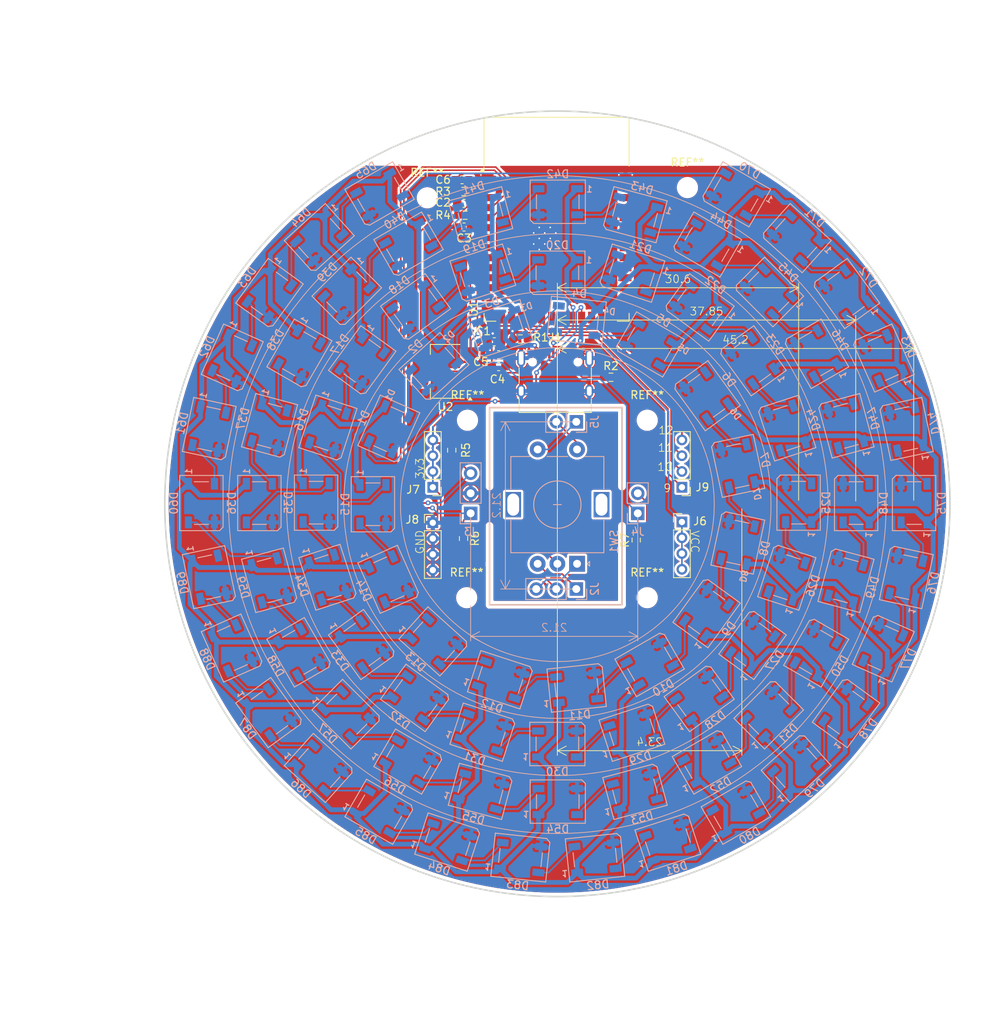
<source format=kicad_pcb>
(kicad_pcb (version 20241229) (generator "pcbnew") (generator_version "9.0")
  (layers (0 "F.Cu" signal) (2 "B.Cu" signal) (13 "F.Paste" user) (15 "B.Paste" user) (5 "F.SilkS" user "F.Silkscreen") (7 "B.SilkS" user "B.Silkscreen") (1 "F.Mask" user) (3 "B.Mask" user) (25 "Edge.Cuts" user))
  (net 0 "")
  (net 1 "GND")
  (net 2 "VCC")
  (net 3 "+3V3")
  (net 4 "/D-")
  (net 5 "/D+")
  (net 6 "Net-(J1-CC1)")
  (net 7 "Net-(J1-CC2)")
  (net 8 "Net-(U1-3V3)")
  (net 9 "Net-(U1-EN)")
  (net 10 "Net-(D8-DOUT)")
  (net 23 "/LED")
  (net 31 "Net-(D1-DOUT)")
  (net 32 "Net-(D2-DOUT)")
  (net 33 "Net-(D3-DOUT)")
  (net 34 "Net-(D4-DOUT)")
  (net 35 "Net-(D5-DOUT)")
  (net 36 "Net-(D6-DOUT)")
  (net 37 "Net-(D7-DOUT)")
  (net 38 "Net-(D10-DIN)")
  (net 39 "Net-(D10-DOUT)")
  (net 40 "Net-(D11-DOUT)")
  (net 41 "Net-(D12-DOUT)")
  (net 42 "Net-(D13-DOUT)")
  (net 43 "Net-(D14-DOUT)")
  (net 44 "/A")
  (net 45 "/B")
  (net 46 "/S1")
  (net 47 "Net-(J2-Pin_3)")
  (net 48 "Net-(J2-Pin_1)")
  (net 49 "Net-(J2-Pin_2)")
  (net 50 "Net-(J5-Pin_1)")
  (net 51 "Net-(J5-Pin_2)")
  (net 52 "Net-(D15-DOUT)")
  (net 53 "Net-(D16-DOUT)")
  (net 54 "Net-(D17-DOUT)")
  (net 55 "Net-(D18-DOUT)")
  (net 56 "Net-(D19-DOUT)")
  (net 57 "Net-(D20-DOUT)")
  (net 58 "Net-(D21-DOUT)")
  (net 59 "Net-(D22-DOUT)")
  (net 60 "Net-(D23-DOUT)")
  (net 61 "Net-(D24-DOUT)")
  (net 62 "Net-(D25-DOUT)")
  (net 63 "Net-(D26-DOUT)")
  (net 64 "Net-(D27-DOUT)")
  (net 65 "Net-(D28-DOUT)")
  (net 66 "Net-(D29-DOUT)")
  (net 67 "Net-(D30-DOUT)")
  (net 68 "Net-(D31-DOUT)")
  (net 69 "Net-(D32-DOUT)")
  (net 70 "Net-(D33-DOUT)")
  (net 71 "Net-(D34-DOUT)")
  (net 72 "Net-(D36-DOUT)")
  (net 73 "Net-(D37-DOUT)")
  (net 74 "Net-(D38-DOUT)")
  (net 75 "Net-(D39-DOUT)")
  (net 76 "Net-(D40-DOUT)")
  (net 77 "Net-(D41-DOUT)")
  (net 78 "Net-(D42-DOUT)")
  (net 79 "Net-(D43-DOUT)")
  (net 80 "Net-(D44-DOUT)")
  (net 81 "Net-(D45-DOUT)")
  (net 82 "Net-(D46-DOUT)")
  (net 83 "Net-(D47-DOUT)")
  (net 84 "Net-(D48-DOUT)")
  (net 85 "Net-(D49-DOUT)")
  (net 86 "Net-(D50-DOUT)")
  (net 87 "Net-(D51-DOUT)")
  (net 88 "Net-(D52-DOUT)")
  (net 89 "Net-(D53-DOUT)")
  (net 90 "Net-(D54-DOUT)")
  (net 91 "Net-(D55-DOUT)")
  (net 92 "Net-(D56-DOUT)")
  (net 93 "Net-(D57-DOUT)")
  (net 94 "Net-(D58-DOUT)")
  (net 95 "Net-(D35-DOUT)")
  (net 96 "Net-(D59-DOUT)")
  (net 97 "Net-(D60-DOUT)")
  (net 98 "Net-(D61-DOUT)")
  (net 99 "Net-(D62-DOUT)")
  (net 100 "Net-(D63-DOUT)")
  (net 101 "Net-(D64-DOUT)")
  (net 102 "Net-(D65-DOUT)")
  (net 103 "Net-(D70-DOUT)")
  (net 104 "Net-(D71-DOUT)")
  (net 105 "Net-(D72-DOUT)")
  (net 106 "Net-(D73-DOUT)")
  (net 107 "Net-(D74-DOUT)")
  (net 108 "Net-(D75-DOUT)")
  (net 109 "Net-(D76-DOUT)")
  (net 110 "Net-(D77-DOUT)")
  (net 111 "Net-(D78-DOUT)")
  (net 112 "Net-(D79-DOUT)")
  (net 113 "Net-(D80-DOUT)")
  (net 114 "Net-(D81-DOUT)")
  (net 115 "Net-(D82-DOUT)")
  (net 116 "Net-(D83-DOUT)")
  (net 117 "Net-(D84-DOUT)")
  (net 118 "Net-(D85-DOUT)")
  (net 119 "Net-(D86-DOUT)")
  (net 120 "Net-(D87-DOUT)")
  (net 121 "Net-(D88-DOUT)")
  (net 129 "/9")
  (net 130 "/10")
  (net 131 "/11")
  (net 132 "/12")
  (footprint "Connector_PinHeader_2.00mm:PinHeader_1x04_P2.00mm_Vertical" (layer "F.Cu") (at 134.4 97.7 180)
    (property "Reference" "J7")
    (property "Value" "Conn_01x04")
  )
  (footprint "RF_Module:ESP32-S3-WROOM-1" (layer "F.Cu") (at 150.1 63.69)
    (property "Reference" "U1")
    (property "Value" "ESP32-S3-WROOM-1")
  )
  (footprint "MountingHole:MountingHole_2.2mm_M2" (layer "F.Cu") (at 133.7 61)
    (property "Reference" "REF**")
    (property "Value" "MountingHole_2.2mm_M2")
  )
  (footprint "Connector_PinHeader_2.00mm:PinHeader_1x04_P2.00mm_Vertical" (layer "F.Cu") (at 166 102.1)
    (property "Reference" "J6")
    (property "Value" "Conn_01x04")
  )
  (footprint "Resistor_SMD:R_0603_1608Metric_Pad0.98x0.95mm_HandSolder" (layer "F.Cu") (at 136.8 93 90)
    (property "Reference" "R5")
    (property "Value" "5.1K")
  )
  (footprint "Resistor_SMD:R_0603_1608Metric_Pad0.98x0.95mm_HandSolder" (layer "F.Cu") (at 138.3 104.2 -90)
    (property "Reference" "R6")
    (property "Value" "5.1K")
  )
  (footprint "Connector_USB:USB_C_Receptacle_XKB_U262-16XN-4BVC11" (layer "F.Cu") (at 149.93 84.425)
    (property "Reference" "J1")
    (property "Value" "USB_C_Receptacle_USB2.0_14P")
  )
  (footprint "MountingHole:MountingHole_2.2mm_M2" (layer "F.Cu") (at 138.7 111.7)
    (property "Reference" "REF**")
    (property "Value" "MountingHole_2.2mm_M2")
  )
  (footprint "MountingHole:MountingHole_2.2mm_M2" (layer "F.Cu") (at 161.6 89.2)
    (property "Reference" "REF**")
    (property "Value" "MountingHole_2.2mm_M2")
  )
  (footprint "Package_TO_SOT_SMD:SOT-223-3_TabPin2" (layer "F.Cu") (at 136 83 180)
    (property "Reference" "U2")
    (property "Value" "NCP1117-3.3_SOT223")
  )
  (footprint "Capacitor_SMD:C_0603_1608Metric_Pad1.08x0.95mm_HandSolder" (layer "F.Cu") (at 142.75 82.4)
    (property "Reference" "C4")
    (property "Value" "1u")
  )
  (footprint "MountingHole:MountingHole_2.2mm_M2" (layer "F.Cu") (at 166.7 59.7)
    (property "Reference" "REF**")
    (property "Value" "MountingHole_2.2mm_M2")
  )
  (footprint "Resistor_SMD:R_0603_1608Metric_Pad0.98x0.95mm_HandSolder" (layer "F.Cu") (at 138.5 63.2)
    (property "Reference" "R4")
    (property "Value" "10k")
  )
  (footprint "Resistor_SMD:R_0603_1608Metric_Pad0.98x0.95mm_HandSolder" (layer "F.Cu") (at 160.2 104.4 90)
    (property "Reference" "R7")
    (property "Value" "5.1K")
  )
  (footprint "Capacitor_SMD:C_0603_1608Metric_Pad1.08x0.95mm_HandSolder" (layer "F.Cu") (at 138.3625 61.7 180)
    (property "Reference" "C2")
    (property "Value" "1u")
  )
  (footprint "Connector_PinHeader_2.00mm:PinHeader_1x04_P2.00mm_Vertical" (layer "F.Cu") (at 134.4 102.2)
    (property "Reference" "J8")
    (property "Value" "Conn_01x04")
  )
  (footprint "Resistor_SMD:R_0603_1608Metric_Pad0.98x0.95mm_HandSolder" (layer "F.Cu") (at 138.3375 60.2)
    (property "Reference" "R3")
    (property "Value" "100n")
  )
  (footprint "MountingHole:MountingHole_2.2mm_M2" (layer "F.Cu") (at 161.6 111.7)
    (property "Reference" "REF**")
    (property "Value" "MountingHole_2.2mm_M2")
  )
  (footprint "Resistor_SMD:R_0603_1608Metric_Pad0.98x0.95mm_HandSolder" (layer "F.Cu") (at 145.5 78.9 180)
    (property "Reference" "R1")
    (property "Value" "5.1K")
  )
  (footprint "Capacitor_SMD:C_0603_1608Metric_Pad1.08x0.95mm_HandSolder" (layer "F.Cu") (at 138.3625 64.7 180)
    (property "Reference" "C3")
    (property "Value" "1u")
  )
  (footprint "Connector_PinHeader_2.00mm:PinHeader_1x04_P2.00mm_Vertical" (layer "F.Cu") (at 166 97.7 180)
    (property "Reference" "J9")
    (property "Value" "Conn_01x04")
  )
  (footprint "Capacitor_SMD:C_0603_1608Metric_Pad1.08x0.95mm_HandSolder" (layer "F.Cu") (at 138.1125 58.7 180)
    (property "Reference" "C6")
    (property "Value" "10u")
  )
  (footprint "Resistor_SMD:R_0603_1608Metric_Pad0.98x0.95mm_HandSolder" (layer "F.Cu") (at 157 83.75)
    (property "Reference" "R2")
    (property "Value" "5.1K")
  )
  (footprint "MountingHole:MountingHole_2.2mm_M2" (layer "F.Cu") (at 138.8 89.2)
    (property "Reference" "REF**")
    (property "Value" "MountingHole_2.2mm_M2")
  )
  (footprint "Capacitor_SMD:C_0603_1608Metric_Pad1.08x0.95mm_HandSolder" (layer "F.Cu") (at 142.75 80.9)
    (property "Reference" "C5")
    (property "Value" "1u")
  )
  (footprint "Capacitor_SMD:C_0603_1608Metric_Pad1.08x0.95mm_HandSolder" (layer "F.Cu") (at 142.2 79.25)
    (property "Reference" "C1")
    (property "Value" "1u")
  )
  (footprint "LED_SMD:LED_WS2812B_PLCC4_5.0x5.0mm_P3.2mm" (layer "B.Cu") (at 142.969002 122.104723 -18)
    (property "Reference" "D12")
    (property "Value" "WS2812B")
  )
  (footprint "LED_SMD:LED_WS2812B_PLCC4_5.0x5.0mm_P3.2mm" (layer "B.Cu") (at 177.013991 72.936009 135)
    (property "Reference" "D45")
    (property "Value" "WS2812B")
  )
  (footprint "LED_SMD:LED_WS2812B_PLCC4_5.0x5.0mm_P3.2mm" (layer "B.Cu") (at 183.029061 80.775 120)
    (property "Reference" "D46")
    (property "Value" "WS2812B")
  )
  (footprint "LED_SMD:LED_WS2812B_PLCC4_5.0x5.0mm_P3.2mm" (layer "B.Cu") (at 121.09767 109.105921 -72)
    (property "Reference" "D34")
    (property "Value" "WS2812B")
  )
  (footprint "LED_SMD:LED_WS2812B_PLCC4_5.0x5.0mm_P3.2mm" (layer "B.Cu") (at 117.470938 80.775 -120)
    (property "Reference" "D38")
    (property "Value" "WS2812B")
  )
  (footprint "Connector_PinHeader_2.54mm:PinHeader_1x02_P2.54mm_Vertical" (layer "B.Cu") (at 152.6 89.4 90)
    (property "Reference" "J5")
    (property "Value" "Conn_01x02_Socket")
  )
  (footprint "LED_SMD:LED_WS2812B_PLCC4_5.0x5.0mm_P3.2mm" (layer "B.Cu") (at 180.8 99.650001 90)
    (property "Reference" "D25")
    (property "Value" "WS2812B")
  )
  (footprint "LED_SMD:LED_WS2812B_PLCC4_5.0x5.0mm_P3.2mm" (layer "B.Cu") (at 169.130997 113.604175 54)
    (property "Reference" "D9")
    (property "Value" "WS2812B")
  )
  (footprint "LED_SMD:LED_WS2812B_PLCC4_5.0x5.0mm_P3.2mm" (layer "B.Cu") (at 195.45 99.7 90)
    (property "Reference" "D75")
    (property "Value" "WS2812B")
  )
  (footprint "LED_SMD:LED_WS2812B_PLCC4_5.0x5.0mm_P3.2mm" (layer "B.Cu") (at 174.95592 81.663772 126)
    (property "Reference" "D23")
    (property "Value" "WS2812B")
  )
  (footprint "LED_SMD:LED_WS2812B_PLCC4_5.0x5.0mm_P3.2mm" (layer "B.Cu") (at 173.088653 94.984867 102)
    (property "Reference" "D7")
    (property "Value" "WS2812B")
  )
  (footprint "LED_SMD:LED_WS2812B_PLCC4_5.0x5.0mm_P3.2mm" (layer "B.Cu") (at 140.453699 63.139708 -165)
    (property "Reference" "D41")
    (property "Value" "WS2812B")
  )
  (footprint "LED_SMD:LED_WS2812B_PLCC4_5.0x5.0mm_P3.2mm" (layer "B.Cu") (at 108.957745 118.084497 -66)
    (property "Reference" "D88")
    (property "Value" "WS2812B")
  )
  (footprint "LED_SMD:LED_WS2812B_PLCC4_5.0x5.0mm_P3.2mm" (layer "B.Cu") (at 150.25 137.55)
    (property "Reference" "D54")
    (property "Value" "WS2812B")
  )
  (footprint "LED_SMD:LED_WS2812B_PLCC4_5.0x5.0mm_P3.2mm" (layer "B.Cu") (at 140.744079 128.752329 -18)
    (property "Reference" "D31")
    (property "Value" "WS2812B")
  )
  (footprint "LED_SMD:LED_WS2812B_PLCC4_5.0x5.0mm_P3.2mm" (layer "B.Cu") (at 164.217568 142.687754 18)
    (property "Reference" "D81")
    (property "Value" "WS2812B")
  )
  (footprint "LED_SMD:LED_WS2812B_PLCC4_5.0x5.0mm_P3.2mm" (layer "B.Cu") (at 131.325 132.479062 -30)
    (property "Reference" "D56")
    (property "Value" "WS2812B")
  )
  (footprint "Connector_PinHeader_2.54mm:PinHeader_1x03_P2.54mm_Vertical" (layer "B.Cu") (at 139.2 101)
    (property "Reference" "J3")
    (property "Value" "Conn_01x03_Pin")
  )
  (footprint "LED_SMD:LED_WS2812B_PLCC4_5.0x5.0mm_P3.2mm" (layer "B.Cu") (at 126.8 99.85 -90)
    (property "Reference" "D15")
    (property "Value" "WS2812B")
  )
  (footprint "LED_SMD:LED_WS2812B_PLCC4_5.0x5.0mm_P3.2mm" (layer "B.Cu") (at 123.486008 126.463992 -45)
    (property "Reference" "D57")
    (property "Value" "WS2812B")
  )
  (footprint "LED_SMD:LED_WS2812B_PLCC4_5.0x5.0mm_P3.2mm" (layer "B.Cu") (at 145.525313 144.652389 -6)
    (property "Reference" "D83")
    (property "Value" "WS2812B")
  )
  (footprint "LED_SMD:LED_WS2812B_PLCC4_5.0x5.0mm_P3.2mm" (layer "B.Cu") (at 128.823036 90.332363 -114)
    (property "Reference" "D1")
    (property "Value" "WS2812B")
  )
  (footprint "LED_SMD:LED_WS2812B_PLCC4_5.0x5.0mm_P3.2mm" (layer "B.Cu") (at 108.957745 81.315504 -114)
    (property "Reference" "D62")
    (property "Value" "WS2812B")
  )
  (footprint "LED_SMD:LED_WS2812B_PLCC4_5.0x5.0mm_P3.2mm" (layer "B.Cu") (at 140.453699 136.260293 -15)
    (property "Reference" "D55")
    (property "Value" "WS2812B")
  )
  (footprint "LED_SMD:LED_WS2812B_PLCC4_5.0x5.0mm_P3.2mm" (layer "B.Cu") (at 194.462271 90.302392 102)
    (property "Reference" "D74")
    (property "Value" "WS2812B")
  )
  (footprint "LED_SMD:LED_WS2812B_PLCC4_5.0x5.0mm_P3.2mm" (layer "B.Cu") (at 169.130997 86.095826 126)
    (property "Reference" "D6")
    (property "Value" "WS2812B")
  )
  (footprint "LED_SMD:LED_WS2812B_PLCC4_5.0x5.0mm_P3.2mm" (layer "B.Cu") (at 173.088653 104.715134 78)
    (property "Reference" "D8")
    (property "Value" "WS2812B")
  )
  (footprint "LED_SMD:LED_WS2812B_PLCC4_5.0x5.0mm_P3.2mm" (layer "B.Cu") (at 179.302329 109.105921 72)
    (property "Reference" "D26")
    (property "Value" "WS2812B")
  )
  (footprint "LED_SMD:LED_WS2812B_PLCC4_5.0x5.0mm_P3.2mm" (layer "B.Cu") (at 174.95592 117.636229 54)
    (property "Reference" "D27")
    (property "Value" "WS2812B")
  )
  (footprint "LED_SMD:LED_WS2812B_PLCC4_5.0x5.0mm_P3.2mm" (layer "B.Cu") (at 154.974686 144.652389 6)
    (property "Reference" "D82")
    (property "Value" "WS2812B")
  )
  (footprint "LED_SMD:LED_WS2812B_PLCC4_5.0x5.0mm_P3.2mm" (layer "B.Cu") (at 117.470938 118.625001 -60)
    (property "Reference" "D58")
    (property "Value" "WS2812B")
  )
  (footprint "LED_SMD:LED_WS2812B_PLCC4_5.0x5.0mm_P3.2mm" (layer "B.Cu") (at 125.444079 117.636229 -54)
    (property "Reference" "D33")
    (property "Value" "WS2812B")
  )
  (footprint "LED_SMD:LED_WS2812B_PLCC4_5.0x5.0mm_P3.2mm" (layer "B.Cu") (at 127.65 138.844348 -30)
    (property "Reference" "D85")
    (property "Value" "WS2812B")
  )
  (footprint "Connector_PinHeader_2.54mm:PinHeader_1x03_P2.54mm_Vertical" (layer "B.Cu") (at 152.6 110.6 90)
    (property "Reference" "J2")
    (property "Value" "Conn_01x03_Socket")
  )
  (footprint "LED_SMD:LED_WS2812B_PLCC4_5.0x5.0mm_P3.2mm" (layer "B.Cu") (at 113.682431 73.132107 -126)
    (property "Reference" "D63")
    (property "Value" "WS2812B")
  )
  (footprint "LED_SMD:LED_WS2812B_PLCC4_5.0x5.0mm_P3.2mm" (layer "B.Cu") (at 123.486008 72.936009 -135)
    (property "Reference" "D39")
    (property "Value" "WS2812B")
  )
  (footprint "LED_SMD:LED_WS2812B_PLCC4_5.0x5.0mm_P3.2mm" (layer "B.Cu") (at 120.005296 66.109854 -138)
    (property "Reference" "D64")
    (property "Value" "WS2812B")
  )
  (footprint "LED_SMD:LED_WS2812B_PLCC4_5.0x5.0mm_P3.2mm" (layer "B.Cu") (at 113.689707 89.9037 -105)
    (property "Reference" "D37")
    (property "Value" "WS2812B")
  )
  (footprint "Rotary_Encoder:RotaryEncoder_Alps_EC11E-Switch_Vertical_H20mm" (layer "B.Cu") (at 152.7 107.4 90)
    (property "Reference" "SW1")
    (property "Value" "RotaryEncoder_Switch")
  )
  (footprint "LED_SMD:LED_WS2812B_PLCC4_5.0x5.0mm_P3.2mm" (layer "B.Cu") (at 191.542254 81.315504 114)
    (property "Reference" "D73")
    (property "Value" "WS2812B")
  )
  (footprint "LED_SMD:LED_WS2812B_PLCC4_5.0x5.0mm_P3.2mm" (layer "B.Cu") (at 183.029061 118.625001 60)
    (property "Reference" "D50")
    (property "Value" "WS2812B")
  )
  (footprint "LED_SMD:LED_WS2812B_PLCC4_5.0x5.0mm_P3.2mm" (layer "B.Cu") (at 142.969002 77.595278 -162)
    (property "Reference" "D3")
    (property "Value" "WS2812B")
  )
  (footprint "LED_SMD:LED_WS2812B_PLCC4_5.0x5.0mm_P3.2mm" (layer "B.Cu") (at 191.542254 118.084497 66)
    (property "Reference" "D77")
    (property "Value" "WS2812B")
  )
  (footprint "LED_SMD:LED_WS2812B_PLCC4_5.0x5.0mm_P3.2mm" (layer "B.Cu") (at 105.05 99.7 -90)
    (property "Reference" "D60")
    (property "Value" "WS2812B")
  )
  (footprint "LED_SMD:LED_WS2812B_PLCC4_5.0x5.0mm_P3.2mm" (layer "B.Cu") (at 125.444079 81.663772 -126)
    (property "Reference" "D17")
    (property "Value" "WS2812B")
  )
  (footprint "LED_SMD:LED_WS2812B_PLCC4_5.0x5.0mm_P3.2mm" (layer "B.Cu") (at 106.037728 109.097609 -78)
    (property "Reference" "D89")
    (property "Value" "WS2812B")
  )
  (footprint "LED_SMD:LED_WS2812B_PLCC4_5.0x5.0mm_P3.2mm" (layer "B.Cu") (at 160.0463 63.139708 165)
    (property "Reference" "D43")
    (property "Value" "WS2812B")
  )
  (footprint "LED_SMD:LED_WS2812B_PLCC4_5.0x5.0mm_P3.2mm" (layer "B.Cu") (at 194.462271 109.097609 78)
    (property "Reference" "D76")
    (property "Value" "WS2812B")
  )
  (footprint "LED_SMD:LED_WS2812B_PLCC4_5.0x5.0mm_P3.2mm" (layer "B.Cu") (at 150.2 70.5 180)
    (property "Reference" "D20")
    (property "Value" "WS2812B")
  )
  (footprint "LED_SMD:LED_WS2812B_PLCC4_5.0x5.0mm_P3.2mm" (layer "B.Cu") (at 161.9 79.585006 150)
    (property "Reference" "D5")
    (property "Value" "WS2812B")
  )
  (footprint "Connector_PinHeader_2.54mm:PinHeader_1x02_P2.54mm_Vertical" (layer "B.Cu") (at 160.4 101)
    (property "Reference" "J4")
    (property "Value" "Conn_01x02_Pin")
  )
  (footprint "LED_SMD:LED_WS2812B_PLCC4_5.0x5.0mm_P3.2mm" (layer "B.Cu") (at 136.282431 142.687754 -18)
    (property "Reference" "D84")
    (property "Value" "WS2812B")
  )
  (footprint "LED_SMD:LED_WS2812B_PLCC4_5.0x5.0mm_P3.2mm" (layer "B.Cu") (at 152.645966 76.578188 174)
    (property "Reference" "D4")
    (property "Value" "WS2812B")
  )
  (footprint "LED_SMD:LED_WS2812B_PLCC4_5.0x5.0mm_P3.2mm" (layer "B.Cu") (at 159.65592 128.752329 18)
    (property "Reference" "D29")
    (property "Value" "WS2812B")
  )
  (footprint "LED_SMD:LED_WS2812B_PLCC4_5.0x5.0mm_P3.2mm" (layer "B.Cu") (at 150.2 130.25)
    (property "Reference" "D30")
    (property "Value" "WS2812B")
  )
  (footprint "LED_SMD:LED_WS2812B_PLCC4_5.0x5.0mm_P3.2mm" (layer "B.Cu") (at 161.9 120.114995 30)
    (property "Reference" "D10")
    (property "Value" "WS2812B")
  )
  (footprint "LED_SMD:LED_WS2812B_PLCC4_5.0x5.0mm_P3.2mm" (layer "B.Cu") (at 112.4 99.7 -90)
    (property "Reference" "D36")
    (property "Value" "WS2812B")
  )
  (footprint "LED_SMD:LED_WS2812B_PLCC4_5.0x5.0mm_P3.2mm" (layer "B.Cu") (at 134.542343 82.460412 -138)
    (property "Reference" "D2")
    (property "Value" "WS2812B")
  )
  (footprint "LED_SMD:LED_WS2812B_PLCC4_5.0x5.0mm_P3.2mm" (layer "B.Cu") (at 188.1 99.7 90)
    (property "Reference" "D48")
    (property "Value" "WS2812B")
  )
  (footprint "LED_SMD:LED_WS2812B_PLCC4_5.0x5.0mm_P3.2mm" (layer "B.Cu") (at 119.6 99.65 -90)
    (property "Reference" "D35")
    (property "Value" "WS2812B")
  )
  (footprint "LED_SMD:LED_WS2812B_PLCC4_5.0x5.0mm_P3.2mm" (layer "B.Cu") (at 177.013991 126.463992 45)
    (property "Reference" "D51")
    (property "Value" "WS2812B")
  )
  (footprint "LED_SMD:LED_WS2812B_PLCC4_5.0x5.0mm_P3.2mm" (layer "B.Cu") (at 186.810292 109.496301 75)
    (property "Reference" "D49")
    (property "Value" "WS2812B")
  )
  (footprint "LED_SMD:LED_WS2812B_PLCC4_5.0x5.0mm_P3.2mm" (layer "B.Cu") (at 168.186228 124.40592 36)
    (property "Reference" "D28")
    (property "Value" "WS2812B")
  )
  (footprint "LED_SMD:LED_WS2812B_PLCC4_5.0x5.0mm_P3.2mm" (layer "B.Cu") (at 132.213771 124.40592 -36)
    (property "Reference" "D32")
    (property "Value" "WS2812B")
  )
  (footprint "LED_SMD:LED_WS2812B_PLCC4_5.0x5.0mm_P3.2mm" (layer "B.Cu") (at 169.175 66.920939 150)
    (property "Reference" "D44")
    (property "Value" "WS2812B")
  )
  (footprint "LED_SMD:LED_WS2812B_PLCC4_5.0x5.0mm_P3.2mm" (layer "B.Cu") (at 186.817568 73.132107 126)
    (property "Reference" "D72")
    (property "Value" "WS2812B")
  )
  (footprint "LED_SMD:LED_WS2812B_PLCC4_5.0x5.0mm_P3.2mm" (layer "B.Cu") (at 131.325 66.920939 -150)
    (property "Reference" "D40")
    (property "Value" "WS2812B")
  )
  (footprint "LED_SMD:LED_WS2812B_PLCC4_5.0x5.0mm_P3.2mm" (layer "B.Cu") (at 128.823036 109.367638 -66)
    (property "Reference" "D14")
    (property "Value" "WS2812B")
  )
  (footprint "LED_SMD:LED_WS2812B_PLCC4_5.0x5.0mm_P3.2mm" (layer "B.Cu") (at 120.005296 133.290147 -42)
    (property "Reference" "D86")
    (property "Value" "WS2812B")
  )
  (footprint "LED_SMD:LED_WS2812B_PLCC4_5.0x5.0mm_P3.2mm" (layer "B.Cu") (at 172.85 60.555652 150)
    (property "Reference" "D70")
    (property "Value" "WS2812B")
  )
  (footprint "LED_SMD:LED_WS2812B_PLCC4_5.0x5.0mm_P3.2mm" (layer "B.Cu") (at 186.810292 89.9037 105)
    (property "Reference" "D47")
    (property "Value" "WS2812B")
  )
  (footprint "LED_SMD:LED_WS2812B_PLCC4_5.0x5.0mm_P3.2mm" (layer "B.Cu") (at 169.175 132.479062 30)
    (property "Reference" "D52")
    (property "Value" "WS2812B")
  )
  (footprint "LED_SMD:LED_WS2812B_PLCC4_5.0x5.0mm_P3.2mm" (layer "B.Cu") (at 180.494703 66.109854 138)
    (property "Reference" "D71")
    (property "Value" "WS2812B")
  )
  (footprint "LED_SMD:LED_WS2812B_PLCC4_5.0x5.0mm_P3.2mm" (layer "B.Cu") (at 180.494703 133.290147 42)
    (property "Reference" "D79")
    (property "Value" "WS2812B")
  )
  (footprint "LED_SMD:LED_WS2812B_PLCC4_5.0x5.0mm_P3.2mm" (layer "B.Cu") (at 134.542343 117.239589 -42)
    (property "Reference" "D13")
    (property "Value" "WS2812B")
  )
  (footprint "LED_SMD:LED_WS2812B_PLCC4_5.0x5.0mm_P3.2mm" (layer "B.Cu") (at 150.25 61.5 180)
    (property "Reference" "D42")
    (property "Value" "WS2812B")
  )
  (footprint "LED_SMD:LED_WS2812B_PLCC4_5.0x5.0mm_P3.2mm" (layer "B.Cu") (at 106.037728 90.302392 -102)
    (property "Reference" "D61")
    (property "Value" "WS2812B")
  )
  (footprint "LED_SMD:LED_WS2812B_PLCC4_5.0x5.0mm_P3.2mm" (layer "B.Cu") (at 113.689707 109.496301 -75)
    (property "Reference" "D59")
    (property "Value" "WS2812B")
  )
  (footprint "LED_SMD:LED_WS2812B_PLCC4_5.0x5.0mm_P3.2mm" (layer "B.Cu") (at 179.302329 90.19408 108)
    (property "Reference" "D24")
    (property "Value" "WS2812B")
  )
  (footprint "LED_SMD:LED_WS2812B_PLCC4_5.0x5.0mm_P3.2mm" (layer "B.Cu") (at 140.744079 70.547671 -162)
    (property "Reference" "D19")
    (property "Value" "WS2812B")
  )
  (footprint "LED_SMD:LED_WS2812B_PLCC4_5.0x5.0mm_P3.2mm" (layer "B.Cu") (at 159.65592 70.547671 162)
    (property "Reference" "D21")
    (property "Value" "WS2812B")
  )
  (footprint "LED_SMD:LED_WS2812B_PLCC4_5.0x5.0mm_P3.2mm" (layer "B.Cu") (at 186.817568 126.267894 54)
    (property "Reference" "D78")
    (property "Value" "WS2812B")
  )
  (footprint "LED_SMD:LED_WS2812B_PLCC4_5.0x5.0mm_P3.2mm" (layer "B.Cu") (at 121.09767 90.19408 -108)
    (property "Reference" "D16")
    (property "Value" "WS2812B")
  )
  (footprint "LED_SMD:LED_WS2812B_PLCC4_5.0x5.0mm_P3.2mm" (layer "B.Cu") (at 113.682431 126.267894 -54)
    (property "Reference" "D87")
    (property "Value" "WS2812B")
  )
  (footprint "LED_SMD:LED_WS2812B_PLCC4_5.0x5.0mm_P3.2mm" (layer "B.Cu") (at 172.85 138.844348 30)
    (property "Reference" "D80")
    (property "Value" "WS2812B")
  )
  (footprint "LED_SMD:LED_WS2812B_PLCC4_5.0x5.0mm_P3.2mm" (layer "B.Cu") (at 160.0463 136.260293 15)
    (property "Reference" "D53")
    (property "Value" "WS2812B")
  )
  (footprint "LED_SMD:LED_WS2812B_PLCC4_5.0x5.0mm_P3.2mm" (layer "B.Cu") (at 168.186228 74.89408 144)
    (property "Reference" "D22")
    (property "Value" "WS2812B")
  )
  (footprint "LED_SMD:LED_WS2812B_PLCC4_5.0x5.0mm_P3.2mm" (layer "B.Cu") (at 127.65 60.555652 -150)
    (property "Reference" "D65")
    (property "Value" "WS2812B")
  )
  (footprint "LED_SMD:LED_WS2812B_PLCC4_5.0x5.0mm_P3.2mm" (layer "B.Cu") (at 132.213771 74.89408 -144)
    (property "Reference" "D18")
    (property "Value" "WS2812B")
  )
  (footprint "LED_SMD:LED_WS2812B_PLCC4_5.0x5.0mm_P3.2mm" (layer "B.Cu") (at 152.645966 123.121813 6)
    (property "Reference" "D11")
    (property "Value" "WS2812B")
  )
  (gr_circle (center 150.2 99.9) (end 184.55 99.95) (stroke (width 0.1)) (fill no) (layer "B.SilkS"))
  (gr_line (start 141.6 87.6) (end 141.6 112.6) (stroke (width 0.2)) (layer "B.SilkS"))
  (gr_circle (center 150.2 99.9) (end 170.1 99.95) (stroke (width 0.1)) (fill no) (layer "B.SilkS"))
  (gr_circle (center 150.2 99.9) (end 191.9 99.95) (stroke (width 0.1)) (fill no) (layer "B.SilkS"))
  (gr_line (start 141.6 112.6) (end 158.4 112.6) (stroke (width 0.2)) (layer "B.SilkS"))
  (gr_line (start 158.4 112.6) (end 158.4 87.6) (stroke (width 0.2)) (layer "B.SilkS"))
  (gr_line (start 158.4 87.6) (end 141.6 87.6) (stroke (width 0.2)) (layer "B.SilkS"))
  (gr_circle (center 150.2 99.9) (end 177.3 99.95) (stroke (width 0.1)) (fill no) (layer "B.SilkS"))
  (gr_line (start 158.4 87.6) (end 158.4 97.6) (stroke (width 0.05)) (layer "Edge.Cuts"))
  (gr_circle (center 150.2 99.8) (end 200 100) (stroke (width 0.2)) (fill no) (layer "Edge.Cuts"))
  (gr_line (start 141.6 112.6) (end 158.4 112.6) (stroke (width 0.05)) (layer "Edge.Cuts"))
  (gr_line (start 158.4 102.6) (end 158.4 112.6) (stroke (width 0.05)) (layer "Edge.Cuts"))
  (gr_line (start 141.6 102.6) (end 141.6 112.6) (stroke (width 0.05)) (layer "Edge.Cuts"))
  (gr_line (start 141.6 87.6) (end 158.4 87.6) (stroke (width 0.05)) (layer "Edge.Cuts"))
  (gr_line (start 141.6 87.6) (end 141.6 97.6) (stroke (width 0.05)) (layer "Edge.Cuts"))
  (gr_text "VCC" (at 167.06 103.1 270) (layer "F.SilkS") (effects (font (size 1 1) (thickness 0.1)) (justify left bottom)))
  (gr_text "12" (at 162.9664 91.059 0) (layer "F.SilkS") (effects (font (size 1 1) (thickness 0.1)) (justify left bottom)))
  (gr_text "10" (at 162.814 95.7072 0) (layer "F.SilkS") (effects (font (size 1 1) (thickness 0.1)) (justify left bottom)))
  (gr_text "GND" (at 133.34 106.23 90) (layer "F.SilkS") (effects (font (size 1 1) (thickness 0.1)) (justify left bottom)))
  (gr_text "3v3" (at 133.34 96.7 90) (layer "F.SilkS") (effects (font (size 1 1) (thickness 0.1)) (justify left bottom)))
  (gr_text "9" (at 163.6 98.4 0) (layer "F.SilkS") (effects (font (size 1 1) (thickness 0.1)) (justify left bottom)))
  (gr_text "11" (at 162.8902 93.2688 0) (layer "F.SilkS") (effects (font (size 1 1) (thickness 0.1)) (justify left bottom)))
  (dimension (type orthogonal) (layer "F.SilkS") (pts (xy 150.2 99.9) (xy 180.8 99.85)) (height -27.5) (orientation 0) (format (prefix "") (suffix "") (units 3) (units_format 0) (precision 4) (suppress_zeroes yes)) (style (thickness 0.1) (arrow_length 1.27) (text_position_mode 0) (arrow_direction outward) (extension_height 0.58642) (extension_offset 0.5) (keep_text_aligned yes)) (gr_text "30.6" (at 165.5 71.3 0) (layer "F.SilkS") (effects (font (size 1 1) (thickness 0.1)))))
  (dimension (type orthogonal) (layer "F.SilkS") (pts (xy 150.2 99.9) (xy 195.4 99.85)) (height -19.8) (orientation 0) (format (prefix "") (suffix "") (units 3) (units_format 0) (precision 4) (suppress_zeroes yes)) (style (thickness 0.1) (arrow_length 1.27) (text_position_mode 0) (arrow_direction outward) (extension_height 0.58642) (extension_offset 0.5) (keep_text_aligned yes)) (gr_text "45.2" (at 172.8 79 0) (layer "F.SilkS") (effects (font (size 1 1) (thickness 0.1)))))
  (dimension (type orthogonal) (layer "F.SilkS") (pts (xy 188.05 99.95) (xy 150.2 99.5)) (height -23.45404) (orientation 0) (format (prefix "") (suffix "") (units 3) (units_format 0) (precision 4) (suppress_zeroes yes)) (style (thickness 0.1) (arrow_length 1.27) (text_position_mode 0) (arrow_direction outward) (extension_height 0.58642) (extension_offset 0.5) (keep_text_aligned yes)) (gr_text "37.85" (at 169.125 75.39596 0) (layer "F.SilkS") (effects (font (size 1 1) (thickness 0.1)))))
  (dimension (type orthogonal) (layer "F.SilkS") (pts (xy 173.6 99.95) (xy 150.2 99.9)) (height 31.15) (orientation 0) (format (prefix "") (suffix "") (units 3) (units_format 0) (precision 4) (suppress_zeroes yes)) (style (thickness 0.1) (arrow_length 1.27) (text_position_mode 0) (arrow_direction outward) (extension_height 0.58642) (extension_offset 0.5) (keep_text_aligned yes)) (gr_text "23.4" (at 161.9 130 0) (layer "F.SilkS") (effects (font (size 1 1) (thickness 0.1)) (justify mirror))))
  (dimension (type orthogonal) (layer "B.SilkS") (pts (xy 152.6 89.4) (xy 152.6 110.6)) (height -9) (orientation 1) (format (prefix "") (suffix "") (units 3) (units_format 0) (precision 4) (suppress_zeroes yes)) (style (thickness 0.1) (arrow_length 1.27) (text_position_mode 0) (arrow_direction outward) (extension_height 0.58642) (extension_offset 0.5) (keep_text_aligned yes)) (gr_text "21.2" (at 142.5 100 90) (layer "B.SilkS") (effects (font (size 1 1) (thickness 0.1)) (justify mirror))))
  (dimension (type orthogonal) (layer "B.SilkS") (pts (xy 139.2 101) (xy 160.4 101)) (height 15.6) (orientation 0) (format (prefix "") (suffix "") (units 3) (units_format 0) (precision 4) (suppress_zeroes yes)) (style (thickness 0.1) (arrow_length 1.27) (text_position_mode 0) (arrow_direction outward) (extension_height 0.58642) (extension_offset 0.5) (keep_text_aligned yes)) (gr_text "21.2" (at 149.8 115.5 0) (layer "B.SilkS") (effects (font (size 1 1) (thickness 0.1)) (justify mirror))))
  (segment (start 140.844 57.924) (end 141.35 58.43) (width 0.2) (layer "F.Cu") (net 1))
  (segment (start 135.6 63.6) (end 135.6 63.7) (width 0.2) (layer "F.Cu") (net 1))
  (segment (start 137.25 58.7) (end 138.026 57.924) (width 0.2) (layer "F.Cu") (net 1))
  (segment (start 144.352005 78.301) (end 144.512068 78.140937) (width 0.2) (layer "F.Cu") (net 1))
  (segment (start 142.799 78.2) (end 142 78.2) (width 0.2) (layer "F.Cu") (net 1))
  (segment (start 135.001 101.599) (end 135.001 99.7712) (width 0.2) (layer "F.Cu") (net 1))
  (segment (start 143.723131 79.25) (end 144.512068 78.461063) (width 0.2) (layer "F.Cu") (net 1))
  (segment (start 146.175 80.755) (end 145.61 81.32) (width 0.2) (layer "F.Cu") (net 1))
  (segment (start 134.0808 98.851) (end 132.9886 98.851) (width 0.2) (layer "F.Cu") (net 1))
  (segment (start 144.512068 78.140937) (end 144.512068 77.9) (width 0.2) (layer "F.Cu") (net 1))
  (segment (start 153.345 80.755) (end 153.28 80.755) (width 0.2) (layer "F.Cu") (net 1))
  (segment (start 138.244992 81.751) (end 137.5 81.006008) (width 0.2) (layer "F.Cu") (net 1))
  (segment (start 153.496 80.971) (end 153.28 80.755) (width 0.2) (layer "F.Cu") (net 1))
  (segment (start 145.675 85.935) (end 145.04 85.3) (width 0.2) (layer "F.Cu") (net 1))
  (segment (start 153.345 80.755) (end 154.1 80) (width 0.2) (layer "F.Cu") (net 1))
  (segment (start 152.98 80.02) (end 153.2 79.8) (width 0.2) (layer "F.Cu") (net 1))
  (segment (start 153.685 80.755) (end 154.25 81.32) (width 0.2) (layer "F.Cu") (net 1))
  (segment (start 140.451 83.999) (end 140.451 82.244992) (width 0.2) (layer "F.Cu") (net 1))
  (segment (start 132.9886 98.851) (end 132.461 98.3234) (width 0.2) (layer "F.Cu") (net 1))
  (segment (start 143.0625 79.25) (end 143.0625 78.4635) (width 0.2) (layer "F.Cu") (net 1))
  (segment (start 138.026 57.924) (end 140.844 57.924) (width 0.2) (layer "F.Cu") (net 1))
  (segment (start 140.451 82.244992) (end 139.957008 81.751) (width 0.2) (layer "F.Cu") (net 1))
  (segment (start 146.58 80.08) (end 146.58 80.755) (width 0.2) (layer "F.Cu") (net 1))
  (segment (start 143.0625 79.25) (end 143.723131 79.25) (width 0.2) (layer "F.Cu") (net 1))
  (segment (start 139.15 85.3) (end 140.451 83.999) (width 0.2) (layer "F.Cu") (net 1))
  (segment (start 154.25 81.32) (end 155.4825 81.32) (width 0.2) (layer "F.Cu") (net 1))
  (segment (start 145.04 85.3) (end 139.15 85.3) (width 0.2) (layer "F.Cu") (net 1))
  (segment (start 153.496 82.100008) (end 153.496 80.971) (width 0.2) (layer "F.Cu") (net 1))
  (segment (start 153.496 82.100008) (end 153.296008 82.3) (width 0.2) (layer "F.Cu") (net 1))
  (segment (start 146.88 80.755) (end 146.58 80.755) (width 0.2) (layer "F.Cu") (net 1))
  (segment (start 152.98 80.02) (end 152.98 80.755) (width 0.2) (layer "F.Cu") (net 1))
  (segment (start 146.58 80.755) (end 146.175 80.755) (width 0.2) (layer "F.Cu") (net 1))
  (segment (start 144.512068 78.461063) (end 144.512068 77.9) (width 0.2) (layer "F.Cu") (net 1))
  (segment (start 143.0625 78.4635) (end 142.799 78.2) (width 0.2) (layer "F.Cu") (net 1))
  (segment (start 139.957008 81.751) (end 138.244992 81.751) (width 0.2) (layer "F.Cu") (net 1))
  (segment (start 134.4 102.2) (end 135.001 101.599) (width 0.2) (layer "F.Cu") (net 1))
  (segment (start 155.4825 81.32) (end 157.9125 83.75) (width 0.2) (layer "F.Cu") (net 1))
  (segment (start 146.58 80.08) (end 146.3 79.8) (width 0.2) (layer "F.Cu") (net 1))
  (segment (start 152.98 80.755) (end 153.685 80.755) (width 0.2) (layer "F.Cu") (net 1))
  (segment (start 135.6 63.6) (end 137.5 61.7) (width 0.2) (layer "F.Cu") (net 1))
  (segment (start 135.001 99.7712) (end 134.0808 98.851) (width 0.2) (layer "F.Cu") (net 1))
  (segment (start 137.5 81.006008) (end 137.5 64.7) (width 0.2) (layer "F.Cu") (net 1))
  (via (at 142 78.2) (size 0.6) (drill 0.3) (layers "F.Cu" "B.Cu") (net 1))
  (via (at 144.512068 77.9) (size 0.6) (drill 0.3) (layers "F.Cu" "B.Cu") (net 1))
  (segment (start 127.699 96.1766) (end 128.3208 95.5548) (width 0.2) (layer "B.Cu") (net 1))
  (segment (start 136.640546 85.935) (end 129.333881 93.241665) (width 0.2) (layer "B.Cu") (net 1))
  (segment (start 154.325 85.935) (end 136.640546 85.935) (width 0.2) (layer "B.Cu") (net 1))
  (segment (start 148.637317 73.862683) (end 151.101204 73.862683) (width 0.2) (layer "B.Cu") (net 1))
  (segment (start 141.686 84.501) (end 143.7084 84.501) (width 0.2) (layer "B.Cu") (net 1))
  (segment (start 143.7132 84.5058) (end 144.5768 84.5058) (width 0.2) (layer "B.Cu") (net 1))
  (segment (start 143.7084 84.501) (end 143.7132 84.5058) (width 0.2) (layer "B.Cu") (net 1))
  (segment (start 141.5034 84.6836) (end 141.686 84.501) (width 0.2) (layer "B.Cu") (net 1))
  (segment (start 127.699 97.3787) (end 127.699 96.1766) (width 0.2) (layer "B.Cu") (net 1))
  (segment (start 151.101204 73.862683) (end 151.467306 74.228785) (width 0.2) (layer "B.Cu") (net 1))
  (segment (start 125.9977 99.08) (end 127.699 97.3787) (width 0.2) (layer "B.Cu") (net 1))
  (segment (start 151.467306 74.228785) (end 151.467306 75.36692) (width 0.2) (layer "B.Cu") (net 1))
  (segment (start 123.718 99.08) (end 125.9977 99.08) (width 0.2) (layer "B.Cu") (net 1))
  (segment (start 123.4186 98.7806) (end 123.718 99.08) (width 0.2) (layer "B.Cu") (net 1))
  (segment (start 148.1 74.4) (end 148.637317 73.862683) (width 0.2) (layer "B.Cu") (net 1))
  (segment (start 151.467306 75.36692) (end 151.498 75.397614) (width 0.2) (layer "B.Cu") (net 1))
  (segment (start 139.0875 64.5) (end 137.5875 63) (width 0.2) (layer "F.Cu") (net 2))
  (segment (start 147.716 82.100008) (end 146.640008 83.176) (width 0.2) (layer "F.Cu") (net 2))
  (segment (start 139.15 64.775) (end 139.225 64.7) (width 0.2) (layer "F.Cu") (net 2))
  (segment (start 140.6 79.25) (end 139.15 80.7) (width 0.2) (layer "F.Cu") (net 2))
  (segment (start 152.48 80.755) (end 152.48 79.7312) (width 0.2) (layer "F.Cu") (net 2))
  (segment (start 152.48 79.7312) (end 153.1112 79.1) (width 0.2) (layer "F.Cu") (net 2))
  (segment (start 141.8875 82.4) (end 141.8875 80.9) (width 0.2) (layer "F.Cu") (net 2))
  (segment (start 152.18 80.0312) (end 153.1112 79.1) (width 0.2) (layer "F.Cu") (net 2))
  (segment (start 141.3375 79.25) (end 140.6 79.25) (width 0.2) (layer "F.Cu") (net 2))
  (segment (start 147.38 79.772015) (end 147.308985 79.701) (width 0.2) (layer "F.Cu") (net 2))
  (segment (start 139.15 80.7) (end 139.15 64.775) (width 0.2) (layer "F.Cu") (net 2))
  (segment (start 137.8625 63) (end 139.3625 61.5) (width 0.2) (layer "F.Cu") (net 2))
  (segment (start 137.5875 63) (end 137.8625 63) (width 0.2) (layer "F.Cu") (net 2))
  (segment (start 142.6635 83.176) (end 141.8875 82.4) (width 0.2) (layer "F.Cu") (net 2))
  (segment (start 147.68 80.072015) (end 147.308985 79.701) (width 0.2) (layer "F.Cu") (net 2))
  (segment (start 147.716 81.091) (end 147.716 82.100008) (width 0.2) (layer "F.Cu") (net 2))
  (segment (start 141.8875 80.9) (end 141.8875 79.8) (width 0.2) (layer "F.Cu") (net 2))
  (segment (start 147.38 80.755) (end 147.716 81.091) (width 0.2) (layer "F.Cu") (net 2))
  (segment (start 152.18 80.755) (end 152.18 80.0312) (width 0.2) (layer "F.Cu") (net 2))
  (segment (start 146.640008 83.176) (end 142.6635 83.176) (width 0.2) (layer "F.Cu") (net 2))
  (segment (start 147.38 80.755) (end 147.38 79.772015) (width 0.2) (layer "F.Cu") (net 2))
  (segment (start 147.68 80.755) (end 147.68 80.072015) (width 0.2) (layer "F.Cu") (net 2))
  (segment (start 141.8875 79.8) (end 141.3375 79.25) (width 0.2) (layer "F.Cu") (net 2))
  (via (at 147.308985 79.701) (size 0.6) (drill 0.3) (layers "F.Cu" "B.Cu") (net 2))
  (via (at 153.1112 79.1) (size 0.6) (drill 0.3) (layers "F.Cu" "B.Cu") (net 2))
  (segment (start 183.233003 121.571763) (end 183.233003 120.626275) (width 0.6) (layer "B.Cu") (net 2))
  (segment (start 192.053099 120.993799) (end 191.389 121.657898) (width 0.6) (layer "B.Cu") (net 2))
  (segment (start 126.029958 89.705294) (end 128.312191 87.423061) (width 0.6) (layer "B.Cu") (net 2))
  (segment (start 151.399 72.757294) (end 151.399 70.101) (width 0.6) (layer "B.Cu") (net 2))
  (segment (start 155.255017 75.193322) (end 153.2 77.248339) (width 0.6) (layer "B.Cu") (net 2))
  (segment (start 125.648726 139.04829) (end 128.378238 136.318778) (width 0.6) (layer "B.Cu") (net 2))
  (segment (start 168.440594 69.735519) (end 170.3 71.594925) (width 0.6) (layer "B.Cu") (net 2))
  (segment (start 166 104.1) (end 166 108.1) (width 0.2) (layer "B.Cu") (net 2))
  (segment (start 149.251 133.401) (end 147.75 131.9) (width 0.6) (layer "B.Cu") (net 2))
  (segment (start 196.7992 86.6394) (end 196.7992 92.142197) (width 0.6) (layer "B.Cu") (net 2))
  (segment (start 151.449 67.649) (end 151.449 61.101) (width 0.6) (layer "B.Cu") (net 2))
  (segment (start 196.7992 92.142197) (end 196.585598 92.355799) (width 0.6) (layer "B.Cu") (net 2))
  (segment (start 192.053099 120.993799) (end 192.053099 118.453099) (width 0.6) (layer "B.Cu") (net 2))
  (segment (start 186.712372 129.219831) (end 186.712372 131.26046) (width 0.6) (layer "B.Cu") (net 2))
  (segment (start 137.904112 129.564481) (end 137.968902 129.564481) (width 0.6) (layer "B.Cu") (net 2))
  (segment (start 137.660129 137.219964) (end 140.036896 134.843197) (width 0.6) (layer "B.Cu") (net 2))
  (segment (start 176.5005 91.702623) (end 171.905949 87.108072) (width 0.6) (layer "B.Cu") (net 2))
  (segment (start 142.916262 146.037255) (end 147.8 141.153517) (width 0.6) (layer "B.Cu") (net 2))
  (segment (start 120.721935 62.479641) (end 124.324376 58.8772) (width 0.6) (layer "B.Cu") (net 2))
  (segment (start 195.566831 110.477769) (end 195.566831 111.837125) (width 0.6) (layer "B.Cu") (net 2))
  (segment (start 105.1052 87.390844) (end 105.1052 82.2706) (width 0.6) (layer "B.Cu") (net 2))
  (segment (start 152.65 68.85) (end 151.449 67.649) (width 0.6) (layer "B.Cu") (net 2))
  (segment (start 183.233003 120.626275) (end 180.984936 118.378208) (width 0.6) (layer "B.Cu") (net 2))
  (segment (start 162.495887 69.735519) (end 168.440594 69.735519) (width 0.6) (layer "B.Cu") (net 2))
  (segment (start 108.4469 81.311029) (end 112.730036 85.594165) (width 0.6) (layer "B.Cu") (net 2))
  (segment (start 117.432523 90.207108) (end 117.432523 96.682523) (width 0.6) (layer "B.Cu") (net 2))
  (segment (start 158.347377 125.024798) (end 160.603238 122.768937) (width 0.6) (layer "B.Cu") (net 2))
  (segment (start 193.235296 82.071762) (end 185.683003 82.071762) (width 0.6) (layer "B.Cu") (net 2))
  (segment (start 102.249 98.401) (end 103.4 97.25) (width 0.6) (layer "B.Cu") (net 2))
  (segment (start 193.2432 82.079666) (end 194.046109 82.882575) (width 0.6) (layer "B.Cu") (net 2))
  (segment (start 189.0014 70.7013) (end 189.0014 73.553233) (width 0.6) (layer "B.Cu") (net 2))
  (segment (start 111.461823 107.556834) (end 112.130384 108.225395) (width 0.6) (layer "B.Cu") (net 2))
  (segment (start 142.2 68.585625) (end 142.564289 68.221336) (width 0.6) (layer "B.Cu") (net 2))
  (segment (start 113.787627 68.139541) (end 118.682873 63.244295) (width 0.6) (layer "B.Cu") (net 2))
  (segment (start 176.411839 107.45465) (end 174.193213 107.45465) (width 0.6) (layer "B.Cu") (net 2))
  (segment (start 196.585598 92.355799) (end 195.760055 91.530256) (width 0.6) (layer "B.Cu") (net 2))
  (segment (start 143.6 76.458155) (end 144.789212 75.268943) (width 0.6) (layer "B.Cu") (net 2))
  (segment (start 184.823135 66.523035) (end 189.0014 70.7013) (width 0.6) (layer "B.Cu") (net 2))
  (segment (start 106.934 116.997536) (end 106.45389 116.517426) (width 0.6) (layer "B.Cu") (net 2))
  (segment (start 108.4469 78.406202) (end 109.3978 77.455302) (width 0.6) (layer "B.Cu") (net 2))
  (segment (start 176.847137 97.038274) (end 175.21198 97.038274) (width 0.6) (layer "B.Cu") (net 2))
  (segment (start 117.080526 132.876966) (end 115.676864 132.876966) (width 0.6) (layer "B.Cu") (net 2))
  (segment (start 111.148912 107.869745) (end 111.461823 107.556834) (width 0.6) (layer "B.Cu") (net 2))
  (segment (start 195.566831 111.837125) (end 195.566831 116.827769) (width 0.6) (layer "B.Cu") (net 2))
  (segment (start 133.442464 143.499906) (end 132.893758 142.9512) (width 0.6) (layer "B.Cu") (net 2))
  (segment (start 125.071134 78.233694) (end 125.071134 71.056312) (width 0.6) (layer "B.Cu") (net 2))
  (segment (start 147.8 141.153517) (end 147.8 139.2) (width 0.6) (layer "B.Cu") (net 2))
  (segment (start 164.3 100.4) (end 166 102.1) (width 0.2) (layer "B.Cu") (net 2))
  (segment (start 150.381859 129.268141) (end 150.381859 125.018869) (width 0.6) (layer "B.Cu") (net 2))
  (segment (start 141.924605 61.380385) (end 142.393166 60.911824) (width 0.6) (layer "B.Cu") (net 2))
  (segment (start 191.201 100.699) (end 189.75 102.15) (width 0.6) (layer "B.Cu") (net 2))
  (segment (start 112.130384 108.225395) (end 117.831651 108.225395) (width 0.6) (layer "B.Cu") (net 2))
  (segment (start 155.255017 75.193322) (end 154.111695 74.05) (width 0.6) (layer "B.Cu") (net 2))
  (segment (start 120.58687 125.898307) (end 125.46449 125.898307) (width 0.6) (layer "B.Cu") (net 2))
  (segment (start 177.060682 118.378208) (end 174.850724 120.588166) (width 0.6) (layer "B.Cu") (net 2))
  (segment (start 133.226017 77.561888) (end 133.226017 72.119128) (width 0.6) (layer "B.Cu") (net 2))
  (segment (start 157.83571 131.078664) (end 158.347377 130.566997) (width 0.6) (layer "B.Cu") (net 2))
  (segment (start 154.111695 74.05) (end 152.691706 74.05) (width 0.6) (layer "B.Cu") (net 2))
  (segment (start 189.351087 91.530256) (end 189.038176 91.843167) (width 0.6) (layer "B.Cu") (net 2))
  (segment (start 186.712372 131.26046) (end 181.817126 136.155706) (width 0.6) (layer "B.Cu") (net 2))
  (segment (start 151.449 61.101) (end 152.7 59.85) (width 0.6) (layer "B.Cu") (net 2))
  (segment (start 183.851001 100.699) (end 182.45 102.100001) (width 0.6) (layer "B.Cu") (net 2))
  (segment (start 121.472236 138.5824) (end 117.080526 134.19069) (width 0.6) (layer "B.Cu") (net 2))
  (segment (start 152.710579 146.549445) (end 152.710579 145.180067) (width 0.6) (layer "B.Cu") (net 2))
  (segment (start 166 102.1) (end 166 104.1) (width 0.2) (layer "B.Cu") (net 2))
  (segment (start 198.251 94.021201) (end 198.251 100.999) (width 0.6) (layer "B.Cu") (net 2))
  (segment (start 176.033224 140.6652) (end 172.386328 140.6652) (width 0.6) (layer "B.Cu") (net 2))
  (segment (start 109.3978 73.8022) (end 113.01983 70.18017) (width 0.6) (layer "B.Cu") (net 2))
  (segment (start 191.389 125.227068) (end 187.396237 129.219831) (width 0.6) (layer "B.Cu") (net 2))
  (segment (start 180.984936 118.378208) (end 177.060682 118.378208) (width 0.6) (layer "B.Cu") (net 2))
  (segment (start 140.036896 131.697265) (end 137.904112 129.564481) (width 0.6) (layer "B.Cu") (net 2))
  (segment (start 158.106833 139.783813) (end 158.106833 138.488177) (width 0.6) (layer "B.Cu") (net 2))
  (segment (start 120.285518 87.354113) (end 117.432523 90.207108) (width 0.6) (layer "B.Cu") (net 2))
  (segment (start 178.335128 82.071762) (end 177.730872 82.676018) (width 0.6) (layer "B.Cu") (net 2))
  (segment (start 158.775394 132.018348) (end 157.83571 131.078664) (width 0.6) (layer "B.Cu") (net 2))
  (segment (start 162.495887 69.735519) (end 160.663103 67.902735) (width 0.6) (layer "B.Cu") (net 2))
  (segment (start 113.01983 70.18017) (end 113.787627 70.18017) (width 0.6) (layer "B.Cu") (net 2))
  (segment (start 189.59252 74.144353) (end 189.722137 74.144353) (width 0.6) (layer "B.Cu") (net 2))
  (segment (start 106.45389 116.517426) (end 107.264703 117.328239) (width 0.6) (layer "B.Cu") (net 2))
  (segment (start 109.299 98.701) (end 110.75 97.25) (width 0.6) (layer "B.Cu") (net 2))
  (segment (start 179.778064 136.92036) (end 176.033224 140.6652) (width 0.6) (layer "B.Cu") (net 2))
  (segment (start 118.771335 107.285711) (end 119.286191 107.800567) (width 0.6) (layer "B.Cu") (net 2))
  (segment (start 143.6 78.9) (end 143.6 76.458155) (width 0.6) (layer "B.Cu") (net 2))
  (segment (start 106.45389 116.517426) (end 106.45389 115.36929) (width 0.6) (layer "B.Cu") (net 2))
  (segment (start 147.75 131.9) (end 150.381859 129.268141) (width 0.6) (layer "B.Cu") (net 2))
  (segment (start 186.712372 129.219831) (end 186.712372 125.226135) (width 0.6) (layer "B.Cu") (net 2))
  (segment (start 172.121762 63.186135) (end 174.956187 60.35171) (width 0.6) (layer "B.Cu") (net 2))
  (segment (start 144.681607 147.8026) (end 142.916262 146.037255) (width 0.6) (layer "B.Cu") (net 2))
  (segment (start 195.566831 116.827769) (end 192.053099 120.341501) (width 0.6) (layer "B.Cu") (net 2))
  (segment (start 113.787627 74.348869) (end 113.787627 70.18017) (width 0.6) (layer "B.Cu") (net 2))
  (segment (start 181.628664 92.01429) (end 181.316997 91.702623) (width 0.6) (layer "B.Cu") (net 2))
  (segment (start 166 102.1) (end 166 104.64) (width 0.2) (layer "B.Cu") (net 2))
  (segment (start 122.636699 89.705294) (end 126.029958 89.705294) (width 0.6) (layer "B.Cu") (net 2))
  (segment (start 104.933168 87.562876) (end 105.1052 87.390844) (width 0.6) (layer "B.Cu") (net 2))
  (segment (start 194.046109 83.886309) (end 196.7992 86.6394) (width 0.6) (layer "B.Cu") (net 2))
  (segment (start 117.080526 134.19069) (end 117.080526 132.876966) (width 0.6) (layer "B.Cu") (net 2))
  (segment (start 198.251 100.999) (end 197.1 102.15) (width 0.6) (layer "B.Cu") (net 2))
  (segment (start 193.2432 77.665416) (end 193.2432 82.079666) (width 0.6) (layer "B.Cu") (net 2))
  (segment (start 137.968902 129.564481) (end 140.455293 127.07809) (width 0.6) (layer "B.Cu") (net 2))
  (segment (start 179.913129 72.156776) (end 179.913129 73.501694) (width 0.6) (layer "B.Cu") (net 2))
  (segment (start 185.393196 109.913104) (end 182.147265 109.913104) (width 0.6) (layer "B.Cu") (net 2))
  (segment (start 152.691706 74.05) (end 151.399 72.757294) (width 0.6) (layer "B.Cu") (net 2))
  (segment (start 120.721935 66.707113) (end 120.721935 63.244295) (width 0.6) (layer "B.Cu") (net 2))
  (segment (start 197.866179 108.178421) (end 195.566831 110.477769) (width 0.6) (layer "B.Cu") (net 2))
  (segment (start 160.71282 69.735519) (end 162.495887 69.735519) (width 0.6) (layer "B.Cu") (net 2))
  (segment (start 181.908864 102.100001) (end 176.847137 97.038274) (width 0.6) (layer "B.Cu") (net 2))
  (segment (start 124.7 91.035252) (end 124.7 96.95) (width 0.6) (layer "B.Cu") (net 2))
  (segment (start 128.378238 136.318778) (end 128.378238 132.683004) (width 0.6) (layer "B.Cu") (net 2))
  (segment (start 131.781187 64.266997) (end 128.946762 61.432572) (width 0.6) (layer "B.Cu") (net 2))
  (segment (start 189.0014 73.553233) (end 189.59252 74.144353) (width 0.6) (layer "B.Cu") (net 2))
  (segment (start 144.789212 75.268943) (end 144.094669 74.5744) (width 0.6) (layer "B.Cu") (net 2))
  (segment (start 189.722137 74.144353) (end 193.2432 77.665416) (width 0.6) (layer "B.Cu") (net 2))
  (segment (start 131.415148 116.623983) (end 131.617573 116.826408) (width 0.6) (layer "B.Cu") (net 2))
  (segment (start 124.703238 139.567905) (end 124.703238 139.04829) (width 0.6) (layer "B.Cu") (net 2))
  (segment (start 172.121762 66.716997) (end 174.47335 66.716997) (width 0.6) (layer "B.Cu") (net 2))
  (segment (start 115.676864 132.876966) (end 110.907479 128.107581) (width 0.6) (layer "B.Cu") (net 2))
  (segment (start 127.062073 124.300724) (end 129.261834 124.300724) (width 0.6) (layer "B.Cu") (net 2))
  (segment (start 188.299 100.699) (end 183.851001 100.699) (width 0.6) (layer "B.Cu") (net 2))
  (segment (start 162.397358 145.014089) (end 160.155742 147.255705) (width 0.6) (layer "B.Cu") (net 2))
  (segment (start 102.63382 96.48382) (end 102.63382 91.14278) (width 0.6) (layer "B.Cu") (net 2))
  (segment (start 181.817126 136.155706) (end 179.778064 136.155706) (width 0.6) (layer "B.Cu") (net 2))
  (segment (start 124.051693 70.036871) (end 120.721935 66.707113) (width 0.6) (layer "B.Cu") (net 2))
  (segment (start 181.316997 91.702623) (end 176.5005 91.702623) (width 0.6) (layer "B.Cu") (net 2))
  (segment (start 142.2 72.679731) (end 142.2 68.585625) (width 0.6) (layer "B.Cu") (net 2))
  (segment (start 110.907479 128.107581) (end 110.907479 125.255648) (width 0.6) (layer "B.Cu") (net 2))
  (segment (start 160.155742 147.255705) (end 153.416839 147.255705) (width 0.6) (layer "B.Cu") (net 2))
  (segment (start 189.038176 91.843167) (end 188.369615 91.174606) (width 0.6) (layer "B.Cu") (net 2))
  (segment (start 195.760055 91.530256) (end 189.351087 91.530256) (width 0.6) (layer "B.Cu") (net 2))
  (segment (start 133.226017 72.119128) (end 132.621762 71.514873) (width 0.6) (layer "B.Cu") (net 2))
  (segment (start 151.457424 147.8026) (end 144.681607 147.8026) (width 0.6) (layer "B.Cu") (net 2))
  (segment (start 174.956187 60.35171) (end 175.796762 60.35171) (width 0.6) (layer "B.Cu") (net 2))
  (segment (start 117.432523 96.682523) (end 117.95 97.2) (width 0.6) (layer "B.Cu") (net 2))
  (segment (start 144.789212 75.268943) (end 142.2 72.679731) (width 0.6) (layer "B.Cu") (net 2))
  (segment (start 144.401 79.701) (end 143.6 78.9) (width 0.6) (layer "B.Cu") (net 2))
  (segment (start 151.399 70.101) (end 152.65 68.85) (width 0.6) (layer "B.Cu") (net 2))
  (segment (start 103.4 97.25) (end 102.63382 96.48382) (width 0.6) (layer "B.Cu") (net 2))
  (segment (start 168.440594 69.735519) (end 171.459116 66.716997) (width 0.6) (layer "B.Cu") (net 2))
  (segment (start 183.419473 65.233273) (end 183.419473 66.523035) (width 0.6) (layer "B.Cu") (net 2))
  (segment (start 186.712372 125.226135) (end 183.233003 121.746766) (width 0.6) (layer "B.Cu") (net 2))
  (segment (start 187.769963 112.289871) (end 185.393196 109.913104) (width 0.6) (layer "B.Cu") (net 2))
  (segment (start 120.285518 87.354113) (end 122.636699 89.705294) (width 0.6) (layer "B.Cu") (net 2))
  (segment (start 128.312191 87.423061) (end 124.7 91.035252) (width 0.6) (layer "B.Cu") (net 2))
  (segment (start 136.0932 77.9272) (end 136.0932 78.7146) (width 0.6) (layer "B.Cu") (net 2))
  (segment (start 144.094669 74.5744) (end 139.446 74.5744) (width 0.6) (layer "B.Cu") (net 2))
  (segment (start 108.4469 78.406202) (end 108.4469 81.311029) (width 0.6) (layer "B.Cu") (net 2))
  (segment (start 180.114481 111.157292) (end 176.411839 107.45465) (width 0.6) (layer "B.Cu") (net 2))
  (segment (start 118.682873 63.244295) (end 120.721935 63.244295) (width 0.6) (layer "B.Cu") (net 2))
  (segment (start 117.831651 108.225395) (end 118.771335 107.285711) (width 0.6) (layer "B.Cu") (net 2))
  (segment (start 104.851 98.701) (end 109.299 98.701) (width 0.6) (layer "B.Cu") (net 2))
  (segment (start 124.703238 139.04829) (end 125.648726 139.04829) (width 0.6) (layer "B.Cu") (net 2))
  (segment (start 167.878238 127.885128) (end 167.173982 127.180872) (width 0.6) (layer "B.Cu") (net 2))
  (segment (start 105.1052 82.2706) (end 108.4469 78.9289) (width 0.6) (layer "B.Cu") (net 2))
  (segment (start 153.1112 79.1) (end 153.1112 79.4888) (width 0.6) (layer "B.Cu") (net 2))
  (segment (start 153.529346 79.518146) (end 153.1112 79.1) (width 0.2) (layer "B.Cu") (net 2))
  (segment (start 174.47335 66.716997) (end 179.913129 72.156776) (width 0.6) (layer "B.Cu") (net 2))
  (segment (start 103.6 112.5154) (end 103.6 107.358603) (width 0.6) (layer "B.Cu") (net 2))
  (segment (start 107.264703 117.328239) (end 114.816996 117.328239) (width 0.6) (layer "B.Cu") (net 2))
  (segment (start 132.893758 142.9512) (end 128.086533 142.9512) (width 0.6) (layer "B.Cu") (net 2))
  (segment (start 155.8 79.6) (end 164.3 88.1) (width 0.2) (layer "B.Cu") (net 2))
  (segment (start 104.933168 88.843432) (end 104.933168 87.562876) (width 0.6) (layer "B.Cu") (net 2))
  (segment (start 124.703238 139.04829) (end 124.237348 138.5824) (width 0.6) (layer "B.Cu") (net 2))
  (segment (start 194.046109 82.882575) (end 194.046109 83.886309) (width 0.6) (layer "B.Cu") (net 2))
  (segment (start 171.553238 141.49829) (end 170.94711 141.49829) (width 0.6) (layer "B.Cu") (net 2))
  (segment (start 179.778064 136.155706) (end 179.778064 136.92036) (width 0.6) (layer "B.Cu") (net 2))
  (segment (start 160.663103 67.902735) (end 160.663103 64.356804) (width 0.6) (layer "B.Cu") (net 2))
  (segment (start 170.030502 74.999276) (end 164.9 80.129778) (width 0.6) (layer "B.Cu") (net 2))
  (segment (start 121.964871 117.328239) (end 122.669127 116.623983) (width 0.6) (layer "B.Cu") (net 2))
  (segment (start 153.529346 79.6) (end 153.529346 79.518146) (width 0.2) (layer "B.Cu") (net 2))
  (segment (start 179.778064 132.692888) (end 176.448306 129.36313) (width 0.6) (layer "B.Cu") (net 2))
  (segment (start 125.549275 77.226779) (end 125.549275 78.711835) (width 0.6) (layer "B.Cu") (net 2))
  (segment (start 110.549048 125.255648) (end 106.934 121.6406) (width 0.6) (layer "B.Cu") (net 2))
  (segment (start 125.549275 78.711835) (end 125.071134 78.233694) (width 0.6) (layer "B.Cu") (net 2))
  (segment (start 155.255017 75.193322) (end 160.71282 69.735519) (width 0.6) (layer "B.Cu") (net 2))
  (segment (start 141.924605 67.581652) (end 141.924605 61.380385) (width 0.6) (layer "B.Cu") (net 2))
  (segment (start 172.121762 66.716997) (end 172.121762 63.186135) (width 0.6) (layer "B.Cu") (net 2))
  (segment (start 182.468348 91.174606) (end 181.628664 92.01429) (width 0.6) (layer "B.Cu") (net 2))
  (segment (start 158.347377 130.566997) (end 158.347377 125.024798) (width 0.6) (layer "B.Cu") (net 2))
  (segment (start 182.45 102.100001) (end 181.908864 102.100001) (width 0.6) (layer "B.Cu") (net 2))
  (segment (start 160.663103 64.356804) (end 162.83987 62.180037) (width 0.6) (layer "B.Cu") (net 2))
  (segment (start 142.916262 146.037255) (end 142.506818 146.446699) (width 0.6) (layer "B.Cu") (net 2))
  (segment (start 103.4 97.25) (end 104.851 98.701) (width 0.6) (layer "B.Cu") (net 2))
  (segment (start 171.553238 141.49829) (end 171.553238 138.137034) (width 0.6) (layer "B.Cu") (net 2))
  (segment (start 171.459116 66.716997) (end 172.121762 66.716997) (width 0.6) (layer "B.Cu") (net 2))
  (segment (start 137.660129 140.070837) (end 137.660129 137.219964) (width 0.6) (layer "B.Cu") (net 2))
  (segment (start 192.053099 118.453099) (end 187.769963 114.169963) (width 0.6) (layer "B.Cu") (net 2))
  (segment (start 171.553238 138.137034) (end 168.549208 135.133004) (width 0.6) (layer "B.Cu") (net 2))
  (segment (start 142.506818 146.446699) (end 137.353499 146.446699) (width 0.6) (layer "B.Cu") (net 2))
  (segment (start 187.396237 129.219831) (end 186.712372 129.219831) (width 0.6) (layer "B.Cu") (net 2))
  (segment (start 185.683003 82.071762) (end 178.335128 82.071762) (width 0.6) (layer "B.Cu") (net 2))
  (segment (start 170.94711 141.49829) (end 167.7162 144.7292) (width 0.6) (layer "B.Cu") (net 2))
  (segment (start 108.4469 78.9289) (end 108.4469 78.406202) (width 0.6) (layer "B.Cu") (net 2))
  (segment (start 128.086533 142.9512) (end 124.703238 139.567905) (width 0.6) (layer "B.Cu") (net 2))
  (segment (start 139.446 74.5744) (end 136.0932 77.9272) (width 0.6) (layer "B.Cu") (net 2))
  (segment (start 162.682247 144.7292) (end 162.397358 145.014089) (width 0.6) (layer "B.Cu") (net 2))
  (segment (start 177.62351 60.35171) (end 178.8668 61.595) (width 0.6) (layer "B.Cu") (net 2))
  (segment (start 102.249 105.378801) (end 102.249 98.401) (width 0.6) (layer "B.Cu") (net 2))
  (segment (start 153.529346 79.6) (end 155.8 79.6) (width 0.2) (layer "B.Cu") (net 2))
  (segment (start 142.564289 68.221336) (end 141.924605 67.581652) (width 0.6) (layer "B.Cu") (net 2))
  (segment (start 153.416839 147.255705) (end 152.710579 146.549445) (width 0.6) (layer "B.Cu") (net 2))
  (segment (start 188.369615 91.174606) (end 182.468348 91.174606) (width 0.6) (layer "B.Cu") (net 2))
  (segment (start 197.866179 102.916179) (end 197.866179 108.178421) (width 0.6) (layer "B.Cu") (net 2))
  (segment (start 127.971272 58.8772) (end 128.946762 57.90171) (width 0.6) (layer "B.Cu") (net 2))
  (segment (start 104.739944 107.869745) (end 111.148912 107.869745) (width 0.6) (layer "B.Cu") (net 2))
  (segment (start 117.266996 77.828238) (end 113.787627 74.348869) (width 0.6) (layer "B.Cu") (net 2))
  (segment (start 175.796762 60.35171) (end 177.62351 60.35171) (width 0.6) (layer "B.Cu") (net 2))
  (segment (start 103.914401 107.044202) (end 104.739944 107.869745) (width 0.6) (layer "B.Cu") (net 2))
  (segment (start 183.419473 66.523035) (end 184.823135 66.523035) (width 0.6) (layer "B.Cu") (net 2))
  (segment (start 134.406706 143.499906) (end 133.442464 143.499906) (width 0.6) (layer "B.Cu") (net 2))
  (segment (start 153.2 77.248339) (end 153.2 79.0112) (width 0.6) (layer "B.Cu") (net 2))
  (segment (start 158.106833 138.488177) (end 158.775394 137.819616) (width 0.6) (layer "B.Cu") (net 2))
  (segment (start 149.251 137.749) (end 149.251 133.401) (width 0.6) (layer "B.Cu") (net 2))
  (segment (start 114.816996 117.328239) (end 121.964871 117.328239) (width 0.6) (layer "B.Cu") (net 2))
  (segment (start 124.237348 138.5824) (end 121.472236 138.5824) (width 0.6) (layer "B.Cu") (net 2))
  (segment (start 136.0932 78.7146) (end 135.258982 79.548818) (width 0.6) (layer "B.Cu") (net 2))
  (segment (start 187.769963 114.169963) (end 187.769963 112.289871) (width 0.6) (layer "B.Cu") (net 2))
  (segment (start 189.75 102.15) (end 188.299 100.699) (width 0.6) (layer "B.Cu") (net 2))
  (segment (start 174.850724 120.588166) (end 174.850724 119.197661) (width 0.6) (layer "B.Cu") (net 2))
  (segment (start 183.233003 121.746766) (end 183.233003 121.571763) (width 0.6) (layer "B.Cu") (net 2))
  (segment (start 132.621762 64.266997) (end 131.781187 64.266997) (width 0.6) (layer "B.Cu") (net 2))
  (segment (start 112.730036 87.11013) (end 115.106803 89.486897) (width 0.6) (layer "B.Cu") (net 2))
  (segment (start 147.308985 79.701) (end 144.401 79.701) (width 0.6) (layer "B.Cu") (net 2))
  (segment (start 192.053099 120.341501) (end 192.053099 120.993799) (width 0.6) (layer "B.Cu") (net 2))
  (segment (start 135.258982 79.594853) (end 133.226017 77.561888) (width 0.6) (layer "B.Cu") (net 2))
  (segment (start 137.353499 146.446699) (end 134.406706 143.499906) (width 0.6) (layer "B.Cu") (net 2))
  (segment (start 140.036896 134.843197) (end 140.036896 131.697265) (width 0.6) (layer "B.Cu") (net 2))
  (segment (start 119.944211 125.255648) (end 120.58687 125.898307) (width 0.6) (layer "B.Cu") (net 2))
  (segment (start 167.7162 144.7292) (end 162.682247 144.7292) (width 0.6) (layer "B.Cu") (net 2))
  (segment (start 102.63382 91.14278) (end 104.933168 88.843432) (width 0.6) (layer "B.Cu") (net 2))
  (segment (start 124.324376 58.8772) (end 127.971272 58.8772) (width 0.6) (layer "B.Cu") (net 2))
  (segment (start 125.071134 71.056312) (end 124.051693 70.036871) (width 0.6) (layer "B.Cu") (net 2))
  (segment (start 133.442464 143.499906) (end 134.23106 143.499906) (width 0.6) (layer "B.Cu") (net 2))
  (segment (start 120.721935 63.244295) (end 120.721935 62.479641) (width 0.6) (layer "B.Cu") (net 2))
  (segment (start 179.7812 61.595) (end 183.419473 65.233273) (width 0.6) (layer "B.Cu") (net 2))
  (segment (start 118.152734 89.486897) (end 120.285518 87.354113) (width 0.6) (layer "B.Cu") (net 2))
  (segment (start 170.3 74.161111) (end 171.138165 74.999276) (width 0.6) (layer "B.Cu") (net 2))
  (segment (start 152.710579 146.549445) (end 151.457424 147.8026) (width 0.6) (layer "B.Cu") (net 2))
  (segment (start 140.455293 123.243133) (end 140.129035 122.916875) (width 0.6) (layer "B.Cu") (net 2))
  (segment (start 152.710579 145.180067) (end 158.106833 139.783813) (width 0.6) (layer "B.Cu") (net 2))
  (segment (start 112.730036 85.594165) (end 112.730036 87.11013) (width 0.6) (layer "B.Cu") (net 2))
  (segment (start 134.23106 143.499906) (end 137.660129 140.070837) (width 0.6) (layer "B.Cu") (net 2))
  (segment (start 174.850724 119.197661) (end 172.209175 116.556112) (width 0.6) (layer "B.Cu") (net 2))
  (segment (start 171.138165 74.999276) (end 170.030502 74.999276) (width 0.6) (layer "B.Cu") (net 2))
  (segment (start 103.914401 107.044202) (end 102.249 105.378801) (width 0.6) (layer "B.Cu") (net 2))
  (segment (start 197.1 102.15) (end 197.866179 102.916179) (width 0.6) (layer "B.Cu") (net 2))
  (segment (start 140.455293 127.07809) (end 140.455293 123.243133) (width 0.6) (layer "B.Cu") (net 2))
  (segment (start 172.209175 116.556112) (end 169.025801 116.556112) (width 0.6) (layer "B.Cu") (net 2))
  (segment (start 124.7 96.95) (end 125.15 97.4) (width 0.6) (layer "B.Cu") (net 2))
  (segment (start 115.106803 89.486897) (end 118.152734 89.486897) (width 0.6) (layer "B.Cu") (net 2))
  (segment (start 164.3 88.1) (end 164.3 100.4) (width 0.2) (layer "B.Cu") (net 2))
  (segment (start 147.8 139.2) (end 149.251 137.749) (width 0.6) (layer "B.Cu") (net 2))
  (segment (start 178.8668 61.595) (end 179.7812 61.595) (width 0.6) (layer "B.Cu") (net 2))
  (segment (start 179.778064 136.92036) (end 179.778064 132.692888) (width 0.6) (layer "B.Cu") (net 2))
  (segment (start 172.386328 140.6652) (end 171.553238 141.49829) (width 0.6) (layer "B.Cu") (net 2))
  (segment (start 158.775394 137.819616) (end 158.775394 132.018348) (width 0.6) (layer "B.Cu") (net 2))
  (segment (start 191.389 121.657898) (end 191.389 125.227068) (width 0.6) (layer "B.Cu") (net 2))
  (segment (start 196.585598 92.355799) (end 198.251 94.021201) (width 0.6) (layer "B.Cu") (net 2))
  (segment (start 180.114481 111.945888) (end 180.114481 111.157292) (width 0.6) (layer "B.Cu") (net 2))
  (segment (start 110.907479 125.255648) (end 110.549048 125.255648) (width 0.6) (layer "B.Cu") (net 2))
  (segment (start 106.45389 115.36929) (end 103.6 112.5154) (width 0.6) (layer "B.Cu") (net 2))
  (segment (start 135.258982 79.548818) (end 135.258982 79.594853) (width 0.6) (layer "B.Cu") (net 2))
  (segment (start 170.3 71.594925) (end 170.3 74.161111) (width 0.6) (layer "B.Cu") (net 2))
  (segment (start 168.549208 135.133004) (end 167.878238 135.133004) (width 0.6) (layer "B.Cu") (net 2))
  (segment (start 106.934 121.6406) (end 106.934 116.997536) (width 0.6) (layer "B.Cu") (net 2))
  (segment (start 195.649 100.699) (end 191.201 100.699) (width 0.6) (layer "B.Cu") (net 2))
  (segment (start 119.286191 107.800567) (end 126.319181 107.800567) (width 0.6) (layer "B.Cu") (net 2))
  (segment (start 182.147265 109.913104) (end 180.114481 111.945888) (width 0.6) (layer "B.Cu") (net 2))
  (segment (start 132.621762 71.514873) (end 132.621762 64.266997) (width 0.6) (layer "B.Cu") (net 2))
  (segment (start 167.878238 135.133004) (end 167.878238 127.885128) (width 0.6) (layer "B.Cu") (net 2))
  (segment (start 110.907479 125.255648) (end 119.944211 125.255648) (width 0.6) (layer "B.Cu") (net 2))
  (segment (start 109.3978 77.455302) (end 109.3978 73.8022) (width 0.6) (layer "B.Cu") (net 2))
  (segment (start 125.46449 125.898307) (end 127.062073 124.300724) (width 0.6) (layer "B.Cu") (net 2))
  (segment (start 153.2 79.0112) (end 153.1112 79.1) (width 0.6) (layer "B.Cu") (net 2))
  (segment (start 128.946762 61.432572) (end 128.946762 57.90171) (width 0.6) (layer "B.Cu") (net 2))
  (segment (start 103.6 107.358603) (end 103.914401 107.044202) (width 0.6) (layer "B.Cu") (net 2))
  (segment (start 194.046109 82.882575) (end 193.235296 82.071762) (width 0.6) (layer "B.Cu") (net 2))
  (segment (start 122.669127 116.623983) (end 131.415148 116.623983) (width 0.6) (layer "B.Cu") (net 2))
  (segment (start 113.787627 70.18017) (end 113.787627 68.139541) (width 0.6) (layer "B.Cu") (net 2))
  (segment (start 197.1 102.15) (end 195.649 100.699) (width 0.6) (layer "B.Cu") (net 2))
  (segment (start 138.925 58.5) (end 137.425 60) (width 0.2) (layer "F.Cu") (net 3))
  (segment (start 161.551 105.217134) (end 161.551 99.611) (width 0.2) (layer "F.Cu") (net 3))
  (segment (start 134.4 90.08) (end 135.6 88.88) (width 0.2) (layer "F.Cu") (net 3))
  (segment (start 136.8 92.0875) (end 134.7875 92.0875) (width 0.2) (layer "F.Cu") (net 3))
  (segment (start 138.3 105.1125) (end 140.999 107.8115) (width 0.2) (layer "F.Cu") (net 3))
  (segment (start 140.999 112.848942) (end 141.351058 113.201) (width 0.2) (layer "F.Cu") (net 3))
  (segment (start 158.648942 113.201) (end 160.149 111.700942) (width 0.2) (layer "F.Cu") (net 3))
  (segment (start 138.3 105.1125) (end 135.401 102.2135) (width 0.2) (layer "F.Cu") (net 3))
  (segment (start 135.401 98.701) (end 134.4 97.7) (width 0.2) (layer "F.Cu") (net 3))
  (segment (start 134.7875 92.0875) (end 134.4 91.7) (width 0.2) (layer "F.Cu") (net 3))
  (segment (start 136.25 61.85) (end 136.25 61.644366) (width 0.2) (layer "F.Cu") (net 3))
  (segment (start 135.401 102.2135) (end 135.401 98.701) (width 0.2) (layer "F.Cu") (net 3))
  (segment (start 136.970366 60.924) (end 137.425 60.924) (width 0.2) (layer "F.Cu") (net 3))
  (segment (start 134.4 91.7) (end 134.4 95.7) (width 0.2) (layer "F.Cu") (net 3))
  (segment (start 141.351058 113.201) (end 158.648942 113.201) (width 0.2) (layer "F.Cu") (net 3))
  (segment (start 139.15 83) (end 132.85 83) (width 0.2) (layer "F.Cu") (net 3))
  (segment (start 132.85 65.25) (end 132.85 83) (width 0.2) (layer "F.Cu") (net 3))
  (segment (start 134.4 90.08) (end 134.4 92.62) (width 0.2) (layer "F.Cu") (net 3))
  (segment (start 140.999 107.8115) (end 140.999 112.848942) (width 0.2) (layer "F.Cu") (net 3))
  (segment (start 134.4 95.7) (end 134.4 97.7) (width 0.2) (layer "F.Cu") (net 3))
  (segment (start 161.551 99.611) (end 160.4 98.46) (width 0.2) (layer "F.Cu") (net 3))
  (segment (start 135.6 88.88) (end 135.6 86.55) (width 0.2) (layer "F.Cu") (net 3))
  (segment (start 136.297183 61.802817) (end 136.25 61.85) (width 0.2) (layer "F.Cu") (net 3))
  (segment (start 160.149 111.700942) (end 160.149 106.619134) (width 0.2) (layer "F.Cu") (net 3))
  (segment (start 137.425 60.924) (end 137.425 60.2) (width 0.2) (layer "F.Cu") (net 3))
  (segment (start 136.25 61.644366) (end 136.970366 60.924) (width 0.2) (layer "F.Cu") (net 3))
  (segment (start 135.6 86.55) (end 139.15 83) (width 0.2) (layer "F.Cu") (net 3))
  (segment (start 138.975 58.5) (end 138.925 58.5) (width 0.2) (layer "F.Cu") (net 3))
  (segment (start 136.25 61.85) (end 132.85 65.25) (width 0.2) (layer "F.Cu") (net 3))
  (segment (start 160.149 106.619134) (end 161.551 105.217134) (width 0.2) (layer "F.Cu") (net 3))
  (segment (start 134.4422 92.6084) (end 134.4422 89.9922) (width 0.2) (layer "B.Cu") (net 3))
  (segment (start 134.4 90.0344) (end 134.4 97.7) (width 0.2) (layer "B.Cu") (net 3))
  (segment (start 134.4 92.8202) (end 134.3152 92.7354) (width 0.2) (layer "B.Cu") (net 3))
  (segment (start 134.3152 92.7354) (end 134.4422 92.6084) (width 0.2) (layer "B.Cu") (net 3))
  (segment (start 134.4 95.16) (end 134.4 92.8202) (width 0.2) (layer "B.Cu") (net 3))
  (segment (start 134.4422 89.9922) (end 134.4 90.0344) (width 0.2) (layer "B.Cu") (net 3))
  (segment (start 141.35 76.65) (end 141.9 77.2) (width 0.2) (layer "F.Cu") (net 4))
  (segment (start 149.18 80.755) (end 149.18 81.582) (width 0.2) (layer "F.Cu") (net 4))
  (segment (start 149.18 81.582) (end 149.229 81.631) (width 0.2) (layer "F.Cu") (net 4))
  (segment (start 142.364 77.2) (end 142.364 77.241) (width 0.2) (layer "F.Cu") (net 4))
  (segment (start 145.395 77.5) (end 145.867315 77.5) (width 0.2) (layer "F.Cu") (net 4))
  (segment (start 150.18 81.582) (end 150.18 80.755) (width 0.2) (layer "F.Cu") (net 4))
  (segment (start 141.9 77.2) (end 142.364 77.2) (width 0.2) (layer "F.Cu") (net 4))
  (segment (start 146.467315 78.1) (end 147.4 78.1) (width 0.2) (layer "F.Cu") (net 4))
  (segment (start 142.364 77.241) (end 145.136 77.241) (width 0.2) (layer "F.Cu") (net 4))
  (segment (start 141.35 74.94) (end 141.35 76.65) (width 0.2) (layer "F.Cu") (net 4))
  (segment (start 149.229 81.631) (end 150.131 81.631) (width 0.2) (layer "F.Cu") (net 4))
  (segment (start 145.136 77.241) (end 145.395 77.5) (width 0.2) (layer "F.Cu") (net 4))
  (segment (start 150.131 81.631) (end 150.18 81.582) (width 0.2) (layer "F.Cu") (net 4))
  (segment (start 145.867315 77.5) (end 146.467315 78.1) (width 0.2) (layer "F.Cu") (net 4))
  (segment (start 149.18 79.88) (end 149.18 80.755) (width 0.2) (layer "F.Cu") (net 4))
  (segment (start 147.4 78.1) (end 149.18 79.88) (width 0.2) (layer "F.Cu") (net 4))
  (segment (start 150.97 73.67) (end 141.35 73.67) (width 0.2) (layer "F.Cu") (net 5))
  (segment (start 150.631 79.879) (end 149.801 79.879) (width 0.2) (layer "F.Cu") (net 5))
  (segment (start 149.68 79.42) (end 149.7 79.4) (width 0.2) (layer "F.Cu") (net 5))
  (segment (start 150.68 80.755) (end 150.68 79.928) (width 0.2) (layer "F.Cu") (net 5))
  (segment (start 149.801 79.879) (end 149.68 80) (width 0.2) (layer "F.Cu") (net 5))
  (segment (start 152.2 74.9) (end 150.97 73.67) (width 0.2) (layer "F.Cu") (net 5))
  (segment (start 149.68 80) (end 149.68 79.42) (width 0.2) (layer "F.Cu") (net 5))
  (segment (start 150.68 79.928) (end 150.631 79.879) (width 0.2) (layer "F.Cu") (net 5))
  (segment (start 149.68 80.755) (end 149.68 80) (width 0.2) (layer "F.Cu") (net 5))
  (via (at 149.7 79.4) (size 0.6) (drill 0.3) (layers "F.Cu" "B.Cu") (net 5))
  (via (at 152.2 74.9) (size 0.6) (drill 0.3) (layers "F.Cu" "B.Cu") (net 5))
  (segment (start 152.2 77.400479) (end 152.2 74.9) (width 0.2) (layer "B.Cu") (net 5))
  (segment (start 149.7 79.4) (end 150.200479 79.4) (width 0.2) (layer "B.Cu") (net 5))
  (segment (start 150.200479 79.4) (end 152.2 77.400479) (width 0.2) (layer "B.Cu") (net 5))
  (segment (start 148.68 80.755) (end 148.68 79.9471) (width 0.2) (layer "F.Cu") (net 6))
  (segment (start 147.6329 78.9) (end 146.4125 78.9) (width 0.2) (layer "F.Cu") (net 6))
  (segment (start 148.68 79.9471) (end 147.6329 78.9) (width 0.2) (layer "F.Cu") (net 6))
  (segment (start 151.68 82.08) (end 153.35 83.75) (width 0.2) (layer "F.Cu") (net 7))
  (segment (start 153.35 83.75) (end 155.7675 83.75) (width 0.2) (layer "F.Cu") (net 7))
  (segment (start 151.68 80.755) (end 151.68 82.08) (width 0.2) (layer "F.Cu") (net 7))
  (segment (start 141.35 59.7) (end 139.55 59.7) (width 0.2) (layer "F.Cu") (net 8))
  (segment (start 139.55 59.7) (end 139.25 60) (width 0.2) (layer "F.Cu") (net 8))
  (segment (start 140.201 61.169) (end 140.4 60.97) (width 0.2) (layer "F.Cu") (net 9))
  (segment (start 140.4 60.97) (end 141.35 60.97) (width 0.2) (layer "F.Cu") (net 9))
  (segment (start 139.4125 63) (end 140.201 62.2115) (width 0.2) (layer "F.Cu") (net 9))
  (segment (start 140.201 62.2115) (end 140.201 61.169) (width 0.2) (layer "F.Cu") (net 9))
  (segment (start 170.965326 106.768541) (end 170.965326 111.651306) (width 0.2) (layer "B.Cu") (net 10))
  (segment (start 170.965326 111.651306) (end 171.905949 112.591929) (width 0.2) (layer "B.Cu") (net 10))
  (segment (start 142.3 86.8) (end 145.742785 86.8) (width 0.2) (layer "F.Cu") (net 23))
  (segment (start 153.275 76.19) (end 153.275 74.975) (width 0.2) (layer "F.Cu") (net 23))
  (segment (start 153.275 74.975) (end 153.2 74.9) (width 0.2) (layer "F.Cu") (net 23))
  (segment (start 145.742785 86.8) (end 147.5 85.042785) (width 0.2) (layer "F.Cu") (net 23))
  (segment (start 147.5 83.235248) (end 147.567624 83.167624) (width 0.2) (layer "F.Cu") (net 23))
  (segment (start 147.5 85.042785) (end 147.5 83.235248) (width 0.2) (layer "F.Cu") (net 23))
  (via (at 153.2 74.9) (size 0.6) (drill 0.3) (layers "F.Cu" "B.Cu") (net 23))
  (via (at 147.567624 83.167624) (size 0.6) (drill 0.3) (layers "F.Cu" "B.Cu") (net 23))
  (via (at 142.3 86.8) (size 0.6) (drill 0.3) (layers "F.Cu" "B.Cu") (net 23))
  (segment (start 153.2 74.9) (end 152.6 75.5) (width 0.2) (layer "B.Cu") (net 23))
  (segment (start 142.3 86.8) (end 137.0673 86.8) (width 0.2) (layer "B.Cu") (net 23))
  (segment (start 130.323935 93.543365) (end 130.323935 93.616814) (width 0.2) (layer "B.Cu") (net 23))
  (segment (start 127.183762 94.383762) (end 126.319181 93.519181) (width 0.2) (layer "B.Cu") (net 23))
  (segment (start 137.0673 86.8) (end 130.323935 93.543365) (width 0.2) (layer "B.Cu") (net 23))
  (segment (start 152.6 75.5) (end 152.6 78) (width 0.2) (layer "B.Cu") (net 23))
  (segment (start 130.323935 93.616814) (end 129.556987 94.383762) (width 0.2) (layer "B.Cu") (net 23))
  (segment (start 126.319181 93.519181) (end 126.319181 91.899434) (width 0.2) (layer "B.Cu") (net 23))
  (segment (start 152.6 78) (end 147.567624 83.032376) (width 0.2) (layer "B.Cu") (net 23))
  (segment (start 147.567624 83.032376) (end 147.567624 83.167624) (width 0.2) (layer "B.Cu") (net 23))
  (segment (start 129.556987 94.383762) (end 127.183762 94.383762) (width 0.2) (layer "B.Cu") (net 23))
  (segment (start 131.326891 83.164275) (end 131.617573 82.873593) (width 0.2) (layer "B.Cu") (net 31))
  (segment (start 131.326891 88.765292) (end 131.326891 83.164275) (width 0.2) (layer "B.Cu") (net 31))
  (segment (start 139.142274 76.783126) (end 137.467113 78.458287) (width 0.2) (layer "B.Cu") (net 32))
  (segment (start 137.467113 78.458287) (end 137.467113 82.047231) (width 0.2) (layer "B.Cu") (net 32))
  (segment (start 140.129035 76.783126) (end 139.142274 76.783126) (width 0.2) (layer "B.Cu") (net 32))
  (segment (start 149.465 76.19) (end 149.465 75.658) (width 0.2) (layer "B.Cu") (net 33))
  (segment (start 145.808969 78.40743) (end 146.655561 78.40743) (width 0.2) (layer "B.Cu") (net 33))
  (segment (start 146.655561 78.40743) (end 150.381859 74.681132) (width 0.2) (layer "B.Cu") (net 33))
  (segment (start 154.910073 78.475244) (end 159.059058 78.475244) (width 0.2) (layer "B.Cu") (net 34))
  (segment (start 159.059058 78.475244) (end 160.603238 76.931064) (width 0.2) (layer "B.Cu") (net 34))
  (segment (start 168.12086 82.238948) (end 169.025801 83.143889) (width 0.2) (layer "B.Cu") (net 35))
  (segment (start 163.196762 82.238948) (end 168.12086 82.238948) (width 0.2) (layer "B.Cu") (net 35))
  (segment (start 172.433781 92.245351) (end 174.193213 92.245351) (width 0.2) (layer "B.Cu") (net 36))
  (segment (start 169.236193 89.047763) (end 172.433781 92.245351) (width 0.2) (layer "B.Cu") (net 36))
  (segment (start 171.984093 97.724383) (end 171.984093 99.43384) (width 0.2) (layer "B.Cu") (net 37))
  (segment (start 171.984093 99.43384) (end 175.21198 102.661727) (width 0.2) (layer "B.Cu") (net 37))
  (segment (start 166.356045 114.616421) (end 166.356045 118.809654) (width 0.2) (layer "B.Cu") (net 38))
  (segment (start 166.356045 118.809654) (end 164.846762 120.318937) (width 0.2) (layer "B.Cu") (net 38))
  (segment (start 158.953238 119.911053) (end 155.255017 123.609274) (width 0.2) (layer "B.Cu") (net 39))
  (segment (start 155.255017 123.609274) (end 155.255017 124.506679) (width 0.2) (layer "B.Cu") (net 39))
  (segment (start 147.483323 121.736947) (end 144.789212 124.431058) (width 0.2) (layer "B.Cu") (net 40))
  (segment (start 150.036915 121.736947) (end 147.483323 121.736947) (width 0.2) (layer "B.Cu") (net 40))
  (segment (start 135.585742 119.778388) (end 135.258982 120.105148) (width 0.2) (layer "B.Cu") (net 41))
  (segment (start 141.148792 119.778388) (end 135.585742 119.778388) (width 0.2) (layer "B.Cu") (net 41))
  (segment (start 131.728614 112.27694) (end 128.312191 112.27694) (width 0.2) (layer "B.Cu") (net 42))
  (segment (start 133.825704 114.37403) (end 131.728614 112.27694) (width 0.2) (layer "B.Cu") (net 42))
  (segment (start 125.175545 102.3) (end 125.15 102.3) (width 0.2) (layer "B.Cu") (net 43))
  (segment (start 129.333881 106.458336) (end 125.175545 102.3) (width 0.2) (layer "B.Cu") (net 43))
  (segment (start 141.35 62.24) (end 141.882 62.24) (width 0.2) (layer "F.Cu") (net 44))
  (segment (start 137.1925 93.9125) (end 139.2 95.92) (width 0.2) (layer "F.Cu") (net 44))
  (segment (start 143.599 58.877) (end 142.223 57.501) (width 0.2) (layer "F.Cu") (net 44))
  (segment (start 141.882 62.24) (end 143.599 60.523) (width 0.2) (layer "F.Cu") (net 44))
  (segment (start 132.4743 99.7) (end 133.766188 99.7) (width 0.2) (layer "F.Cu") (net 44))
  (segment (start 133.766188 99.7) (end 133.791518 99.67467) (width 0.2) (layer "F.Cu") (net 44))
  (segment (start 142.223 57.501) (end 133.2359 57.501) (width 0.2) (layer "F.Cu") (net 44))
  (segment (start 136.8 93.9125) (end 137.1925 93.9125) (width 0.2) (layer "F.Cu") (net 44))
  (segment (start 130.7338 60.0031) (end 130.7338 97.9595) (width 0.2) (layer "F.Cu") (net 44))
  (segment (start 143.599 60.523) (end 143.599 58.877) (width 0.2) (layer "F.Cu") (net 44))
  (segment (start 130.7338 97.9595) (end 132.4743 99.7) (width 0.2) (layer "F.Cu") (net 44))
  (segment (start 133.2359 57.501) (end 130.7338 60.0031) (width 0.2) (layer "F.Cu") (net 44))
  (via (at 133.791518 99.67467) (size 0.6) (drill 0.3) (layers "F.Cu" "B.Cu") (net 44))
  (segment (start 135.44533 99.67467) (end 133.791518 99.67467) (width 0.2) (layer "B.Cu") (net 44))
  (segment (start 139.2 95.92) (end 135.44533 99.67467) (width 0.2) (layer "B.Cu") (net 44))
  (segment (start 144 61.392) (end 144 58.7109) (width 0.2) (layer "F.Cu") (net 45))
  (segment (start 138.3 101.9) (end 139.2 101) (width 0.2) (layer "F.Cu") (net 45))
  (segment (start 142.3891 57.1) (end 133.0698 57.1) (width 0.2) (layer "F.Cu") (net 45))
  (segment (start 144 58.7109) (end 142.3891 57.1) (width 0.2) (layer "F.Cu") (net 45))
  (segment (start 141.35 63.51) (end 141.882 63.51) (width 0.2) (layer "F.Cu") (net 45))
  (segment (start 138.3 103.2875) (end 138.3 101.9) (width 0.2) (layer "F.Cu") (net 45))
  (segment (start 132.521779 100.314579) (end 134.351 100.314579) (width 0.2) (layer "F.Cu") (net 45))
  (segment (start 133.0698 57.1) (end 130.3274 59.8424) (width 0.2) (layer "F.Cu") (net 45))
  (segment (start 130.3274 59.8424) (end 130.3274 98.1202) (width 0.2) (layer "F.Cu") (net 45))
  (segment (start 130.3274 98.1202) (end 132.521779 100.314579) (width 0.2) (layer "F.Cu") (net 45))
  (segment (start 141.882 63.51) (end 144 61.392) (width 0.2) (layer "F.Cu") (net 45))
  (via (at 134.351 100.314579) (size 0.6) (drill 0.3) (layers "F.Cu" "B.Cu") (net 45))
  (segment (start 135.036421 101) (end 134.351 100.314579) (width 0.2) (layer "B.Cu") (net 45))
  (segment (start 139.2 101) (end 135.036421 101) (width 0.2) (layer "B.Cu") (net 45))
  (segment (start 140.82 64.78) (end 141.35 64.78) (width 0.2) (layer "F.Cu") (net 46))
  (segment (start 140.06 65.54) (end 140.82 64.78) (width 0.2) (layer "F.Cu") (net 46))
  (segment (start 140.06 78.19) (end 140.06 76.071199) (width 0.2) (layer "F.Cu") (net 46))
  (segment (start 140.11 78.24) (end 140.06 78.19) (width 0.2) (layer "F.Cu") (net 46))
  (segment (start 140.06 76.071199) (end 139.898 75.909199) (width 0.2) (layer "F.Cu") (net 46))
  (segment (start 139.898 73.6049) (end 140.06 73.4429) (width 0.2) (layer "F.Cu") (net 46))
  (segment (start 160.4 103.9) (end 160.4 101) (width 0.2) (layer "F.Cu") (net 46))
  (segment (start 140.06 73.4429) (end 140.06 65.54) (width 0.2) (layer "F.Cu") (net 46))
  (segment (start 139.898 75.909199) (end 139.898 73.6049) (width 0.2) (layer "F.Cu") (net 46))
  (via (at 140.11 78.24) (size 0.6) (drill 0.3) (layers "F.Cu" "B.Cu") (net 46))
  (segment (start 140.843 81.8896) (end 143.197526 81.8896) (width 0.2) (layer "B.Cu") (net 46))
  (segment (start 145.363926 84.056) (end 145.986074 84.056) (width 0.2) (layer "B.Cu") (net 46))
  (segment (start 146.069674 83.9724) (end 153.930326 83.9724) (width 0.2) (layer "B.Cu") (net 46))
  (segment (start 153.930326 83.9724) (end 154.013926 84.056) (width 0.2) (layer "B.Cu") (net 46))
  (segment (start 139.2682 79.0818) (end 139.2682 80.3148) (width 0.2) (layer "B.Cu") (net 46))
  (segment (start 154.719674 83.9724) (end 155.622342 83.9724) (width 0.2) (layer "B.Cu") (net 46))
  (segment (start 154.013926 84.056) (end 154.636074 84.056) (width 0.2) (layer "B.Cu") (net 46))
  (segment (start 159.001 99.601) (end 160.4 101) (width 0.2) (layer "B.Cu") (net 46))
  (segment (start 139.2682 80.3148) (end 140.843 81.8896) (width 0.2) (layer "B.Cu") (net 46))
  (segment (start 154.636074 84.056) (end 154.719674 83.9724) (width 0.2) (layer "B.Cu") (net 46))
  (segment (start 143.197526 81.8896) (end 145.363926 84.056) (width 0.2) (layer "B.Cu") (net 46))
  (segment (start 155.622342 83.9724) (end 159.001 87.351058) (width 0.2) (layer "B.Cu") (net 46))
  (segment (start 159.001 87.351058) (end 159.001 99.601) (width 0.2) (layer "B.Cu") (net 46))
  (segment (start 145.986074 84.056) (end 146.069674 83.9724) (width 0.2) (layer "B.Cu") (net 46))
  (segment (start 140.11 78.24) (end 139.2682 79.0818) (width 0.2) (layer "B.Cu") (net 46))
  (segment (start 147.6352 110.6) (end 148.7862 109.449) (width 0.2) (layer "B.Cu") (net 47))
  (segment (start 148.7862 109.449) (end 150.651 109.449) (width 0.2) (layer "B.Cu") (net 47))
  (segment (start 150.651 109.449) (end 152.7 107.4) (width 0.2) (layer "B.Cu") (net 47))
  (segment (start 149.001 108.701) (end 150.8162 108.701) (width 0.2) (layer "F.Cu") (net 48))
  (segment (start 147.7 107.4) (end 149.001 108.701) (width 0.2) (layer "F.Cu") (net 48))
  (segment (start 150.8162 108.701) (end 152.7152 110.6) (width 0.2) (layer "F.Cu") (net 48))
  (segment (start 147 109.2) (end 145.8 108) (width 0.2) (layer "F.Cu") (net 49))
  (segment (start 146.8 105.6) (end 148.4 105.6) (width 0.2) (layer "F.Cu") (net 49))
  (segment (start 148.4 105.6) (end 150.2 107.4) (width 0.2) (layer "F.Cu") (net 49))
  (segment (start 150.06 110.6) (end 148.66 109.2) (width 0.2) (layer "F.Cu") (net 49))
  (segment (start 145.8 108) (end 145.8 106.6) (width 0.2) (layer "F.Cu") (net 49))
  (segment (start 145.8 106.6) (end 146.8 105.6) (width 0.2) (layer "F.Cu") (net 49))
  (segment (start 148.66 109.2) (end 147 109.2) (width 0.2) (layer "F.Cu") (net 49))
  (segment (start 149.1 92.9) (end 152.6 89.4) (width 0.2) (layer "B.Cu") (net 50))
  (segment (start 147.7 92.9) (end 149.1 92.9) (width 0.2) (layer "B.Cu") (net 50))
  (segment (start 150.06 89.4) (end 152.7 92.04) (width 0.2) (layer "F.Cu") (net 51))
  (segment (start 152.7 92.04) (end 152.7 92.9) (width 0.2) (layer "F.Cu") (net 51))
  (segment (start 122.72 95.962955) (end 122.72 98.72) (width 0.2) (layer "B.Cu") (net 52))
  (segment (start 122.72 98.72) (end 123.5426 99.5426) (width 0.2) (layer "B.Cu") (net 52))
  (segment (start 126.3074 99.5426) (end 128.45 97.4) (width 0.2) (layer "B.Cu") (net 52))
  (segment (start 123.5426 99.5426) (end 126.3074 99.5426) (width 0.2) (layer "B.Cu") (net 52))
  (segment (start 118.771335 92.01429) (end 122.72 95.962955) (width 0.2) (layer "B.Cu") (net 52))
  (segment (start 123.424005 83.430896) (end 122.669127 82.676018) (width 0.2) (layer "B.Cu") (net 53))
  (segment (start 123.424005 88.37387) (end 123.424005 83.430896) (width 0.2) (layer "B.Cu") (net 53))
  (segment (start 128.219031 76.042079) (end 128.219031 80.651526) (width 0.2) (layer "B.Cu") (net 54))
  (segment (start 129.261834 74.999276) (end 128.219031 76.042079) (width 0.2) (layer "B.Cu") (net 54))
  (segment (start 137.904112 72.05048) (end 135.165708 74.788884) (width 0.2) (layer "B.Cu") (net 55))
  (segment (start 137.904112 69.735519) (end 137.904112 72.05048) (width 0.2) (layer "B.Cu") (net 55))
  (segment (start 145.240177 71.359823) (end 147.75 68.85) (width 0.2) (layer "B.Cu") (net 56))
  (segment (start 143.584046 71.359823) (end 145.240177 71.359823) (width 0.2) (layer "B.Cu") (net 56))
  (segment (start 152.65 72.15) (end 153.907046 72.15) (width 0.2) (layer "B.Cu") (net 57))
  (segment (start 153.907046 72.15) (end 157.83571 68.221336) (width 0.2) (layer "B.Cu") (net 57))
  (segment (start 161.47613 72.874006) (end 166.419104 72.874006) (width 0.2) (layer "B.Cu") (net 58))
  (segment (start 166.419104 72.874006) (end 167.173982 72.119128) (width 0.2) (layer "B.Cu") (net 58))
  (segment (start 169.198474 77.669032) (end 173.807921 77.669032) (width 0.2) (layer "B.Cu") (net 59))
  (segment (start 173.807921 77.669032) (end 174.850724 78.711835) (width 0.2) (layer "B.Cu") (net 59))
  (segment (start 177.79952 87.354113) (end 180.114481 87.354113) (width 0.2) (layer "B.Cu") (net 60))
  (segment (start 175.061116 84.615709) (end 177.79952 87.354113) (width 0.2) (layer "B.Cu") (net 60))
  (segment (start 178.490177 93.240178) (end 182.45 97.200001) (width 0.2) (layer "B.Cu") (net 61))
  (segment (start 178.490177 93.034047) (end 178.490177 93.240178) (width 0.2) (layer "B.Cu") (net 61))
  (segment (start 179.15 102.100001) (end 179.15 104.807047) (width 0.2) (layer "B.Cu") (net 62))
  (segment (start 179.15 104.807047) (end 181.628664 107.285711) (width 0.2) (layer "B.Cu") (net 62))
  (segment (start 176.975994 110.926131) (end 176.975994 115.869105) (width 0.2) (layer "B.Cu") (net 63))
  (segment (start 176.975994 115.869105) (end 177.730872 116.623983) (width 0.2) (layer "B.Cu") (net 63))
  (segment (start 172.180968 123.257921) (end 171.138165 124.300724) (width 0.2) (layer "B.Cu") (net 64))
  (segment (start 172.180968 118.648475) (end 172.180968 123.257921) (width 0.2) (layer "B.Cu") (net 64))
  (segment (start 162.495887 127.24952) (end 162.495887 129.564481) (width 0.2) (layer "B.Cu") (net 65))
  (segment (start 165.234291 124.511116) (end 162.495887 127.24952) (width 0.2) (layer "B.Cu") (net 65))
  (segment (start 156.815953 127.940177) (end 156.609823 127.940177) (width 0.2) (layer "B.Cu") (net 66))
  (segment (start 156.609823 127.940177) (end 152.65 131.9) (width 0.2) (layer "B.Cu") (net 66))
  (segment (start 145.042953 128.6) (end 142.564289 131.078664) (width 0.2) (layer "B.Cu") (net 67))
  (segment (start 147.75 128.6) (end 145.042953 128.6) (width 0.2) (layer "B.Cu") (net 67))
  (segment (start 138.923869 126.425994) (end 133.980895 126.425994) (width 0.2) (layer "B.Cu") (net 68))
  (segment (start 133.980895 126.425994) (end 133.226017 127.180872) (width 0.2) (layer "B.Cu") (net 68))
  (segment (start 126.592077 121.630968) (end 125.549275 120.588166) (width 0.2) (layer "B.Cu") (net 69))
  (segment (start 131.201525 121.630968) (end 126.592077 121.630968) (width 0.2) (layer "B.Cu") (net 69))
  (segment (start 122.600479 111.945888) (end 120.285518 111.945888) (width 0.2) (layer "B.Cu") (net 70))
  (segment (start 125.338883 114.684292) (end 122.600479 111.945888) (width 0.2) (layer "B.Cu") (net 70))
  (segment (start 121.909822 106.265954) (end 121.909822 106.059822) (width 0.2) (layer "B.Cu") (net 71))
  (segment (start 121.909822 106.059822) (end 117.95 102.1) (width 0.2) (layer "B.Cu") (net 71))
  (segment (start 111.461823 94.661823) (end 114.05 97.25) (width 0.2) (layer "B.Cu") (net 72))
  (segment (start 111.461823 91.843167) (end 111.461823 94.661823) (width 0.2) (layer "B.Cu") (net 72))
  (segment (start 114.816996 86.863638) (end 115.917591 87.964233) (width 0.2) (layer "B.Cu") (net 73))
  (segment (start 114.816996 82.071762) (end 114.816996 86.863638) (width 0.2) (layer "B.Cu") (net 73))
  (segment (start 120.58687 73.501694) (end 120.58687 79.016248) (width 0.2) (layer "B.Cu") (net 74))
  (segment (start 120.58687 79.016248) (end 120.12488 79.478238) (width 0.2) (layer "B.Cu") (net 74))
  (segment (start 128.378238 66.716997) (end 126.385146 68.710089) (width 0.2) (layer "B.Cu") (net 75))
  (segment (start 126.385146 68.710089) (end 126.385146 72.370324) (width 0.2) (layer "B.Cu") (net 75))
  (segment (start 137.660129 63.736514) (end 134.271762 67.124881) (width 0.2) (layer "B.Cu") (net 76))
  (segment (start 137.660129 62.180037) (end 137.660129 63.736514) (width 0.2) (layer "B.Cu") (net 76))
  (segment (start 143.550621 64.099379) (end 147.8 59.85) (width 0.2) (layer "B.Cu") (net 77))
  (segment (start 143.247269 64.099379) (end 143.550621 64.099379) (width 0.2) (layer "B.Cu") (net 77))
  (segment (start 155.868657 63.15) (end 158.106833 60.911824) (width 0.2) (layer "B.Cu") (net 78))
  (segment (start 152.7 63.15) (end 155.868657 63.15) (width 0.2) (layer "B.Cu") (net 78))
  (segment (start 166.777643 65.367592) (end 167.878238 64.266997) (width 0.2) (layer "B.Cu") (net 79))
  (segment (start 161.985767 65.367592) (end 166.777643 65.367592) (width 0.2) (layer "B.Cu") (net 79))
  (segment (start 170.471762 69.574881) (end 175.986316 69.574881) (width 0.2) (layer "B.Cu") (net 80))
  (segment (start 175.986316 69.574881) (end 176.448306 70.036871) (width 0.2) (layer "B.Cu") (net 80))
  (segment (start 179.572767 77.828238) (end 183.233003 77.828238) (width 0.2) (layer "B.Cu") (net 81))
  (segment (start 177.579676 75.835147) (end 179.572767 77.828238) (width 0.2) (layer "B.Cu") (net 81))
  (segment (start 186.213487 87.11013) (end 187.769963 87.11013) (width 0.2) (layer "B.Cu") (net 82))
  (segment (start 182.825119 83.721762) (end 186.213487 87.11013) (width 0.2) (layer "B.Cu") (net 82))
  (segment (start 185.850621 92.69727) (end 185.850621 93.350621) (width 0.2) (layer "B.Cu") (net 83))
  (segment (start 185.850621 93.350621) (end 189.75 97.25) (width 0.2) (layer "B.Cu") (net 83))
  (segment (start 189.038176 107.556834) (end 189.038176 104.738176) (width 0.2) (layer "B.Cu") (net 84))
  (segment (start 189.038176 104.738176) (end 186.45 102.15) (width 0.2) (layer "B.Cu") (net 84))
  (segment (start 185.683003 117.328239) (end 185.683003 112.536363) (width 0.2) (layer "B.Cu") (net 85))
  (segment (start 185.683003 112.536363) (end 184.582408 111.435768) (width 0.2) (layer "B.Cu") (net 85))
  (segment (start 179.913129 125.898307) (end 179.913129 120.383753) (width 0.2) (layer "B.Cu") (net 86))
  (segment (start 179.913129 120.383753) (end 180.375119 119.921763) (width 0.2) (layer "B.Cu") (net 86))
  (segment (start 172.121762 132.683004) (end 174.114853 130.689913) (width 0.2) (layer "B.Cu") (net 87))
  (segment (start 174.114853 130.689913) (end 174.114853 127.029677) (width 0.2) (layer "B.Cu") (net 87))
  (segment (start 162.83987 137.219964) (end 162.83987 135.663488) (width 0.2) (layer "B.Cu") (net 88))
  (segment (start 162.83987 135.663488) (end 166.228238 132.27512) (width 0.2) (layer "B.Cu") (net 88))
  (segment (start 156.599378 135.300622) (end 157.25273 135.300622) (width 0.2) (layer "B.Cu") (net 89))
  (segment (start 152.7 139.2) (end 156.599378 135.300622) (width 0.2) (layer "B.Cu") (net 89))
  (segment (start 142.393166 138.488177) (end 145.211823 138.488177) (width 0.2) (layer "B.Cu") (net 90))
  (segment (start 145.211823 138.488177) (end 147.8 135.9) (width 0.2) (layer "B.Cu") (net 90))
  (segment (start 132.621762 135.133004) (end 137.413637 135.133004) (width 0.2) (layer "B.Cu") (net 91))
  (segment (start 137.413637 135.133004) (end 138.514232 134.032409) (width 0.2) (layer "B.Cu") (net 91))
  (segment (start 129.566248 129.36313) (end 130.028238 129.82512) (width 0.2) (layer "B.Cu") (net 92))
  (segment (start 124.051693 129.36313) (end 129.566248 129.36313) (width 0.2) (layer "B.Cu") (net 92))
  (segment (start 117.266996 121.571763) (end 119.260087 123.564854) (width 0.2) (layer "B.Cu") (net 93))
  (segment (start 119.260087 123.564854) (end 122.920323 123.564854) (width 0.2) (layer "B.Cu") (net 93))
  (segment (start 112.730036 112.289871) (end 114.286512 112.289871) (width 0.2) (layer "B.Cu") (net 94))
  (segment (start 114.286512 112.289871) (end 117.67488 115.678239) (width 0.2) (layer "B.Cu") (net 94))
  (segment (start 110.75 102.15) (end 114.649 98.251) (width 0.2) (layer "B.Cu") (net 95))
  (segment (start 120.199 98.251) (end 121.25 97.2) (width 0.2) (layer "B.Cu") (net 95))
  (segment (start 114.649 98.251) (end 120.199 98.251) (width 0.2) (layer "B.Cu") (net 95))
  (segment (start 103.4 102.15) (end 104.42281 102.15) (width 0.2) (layer "B.Cu") (net 96))
  (segment (start 108.70698 106.43417) (end 114.380817 106.43417) (width 0.2) (layer "B.Cu") (net 96))
  (segment (start 114.380817 106.43417) (end 114.649378 106.702731) (width 0.2) (layer "B.Cu") (net 96))
  (segment (start 104.42281 102.15) (end 108.70698 106.43417) (width 0.2) (layer "B.Cu") (net 96))
  (segment (start 106.7 97.25) (end 106.7 95.141398) (width 0.2) (layer "B.Cu") (net 97))
  (segment (start 106.7 95.141398) (end 103.914401 92.355799) (width 0.2) (layer "B.Cu") (net 97))
  (segment (start 108.161055 84.58974) (end 106.45389 82.882575) (width 0.2) (layer "B.Cu") (net 98))
  (segment (start 108.161055 88.248985) (end 108.161055 84.58974) (width 0.2) (layer "B.Cu") (net 98))
  (segment (start 111.4616 74.698474) (end 110.907479 74.144353) (width 0.2) (layer "B.Cu") (net 99))
  (segment (start 111.4616 79.748433) (end 111.4616 74.698474) (width 0.2) (layer "B.Cu") (net 99))
  (segment (start 116.457383 67.146178) (end 117.080526 66.523035) (width 0.2) (layer "B.Cu") (net 100))
  (segment (start 116.457383 72.119861) (end 116.457383 67.146178) (width 0.2) (layer "B.Cu") (net 100))
  (segment (start 122.930066 62.124882) (end 122.930066 65.696673) (width 0.2) (layer "B.Cu") (net 101))
  (segment (start 124.703238 60.35171) (end 122.930066 62.124882) (width 0.2) (layer "B.Cu") (net 101))
  (segment (start 133.454646 57.90171) (end 130.596762 60.759594) (width 0.2) (layer "B.Cu") (net 102))
  (segment (start 171.553238 57.90171) (end 133.454646 57.90171) (width 0.2) (layer "B.Cu") (net 102))
  (segment (start 174.146762 63.209594) (end 179.743363 63.209594) (width 0.2) (layer "B.Cu") (net 103))
  (segment (start 179.743363 63.209594) (end 179.778064 63.244295) (width 0.2) (layer "B.Cu") (net 103))
  (segment (start 181.211342 68.975413) (end 182.416099 70.18017) (width 0.2) (layer "B.Cu") (net 104))
  (segment (start 182.416099 70.18017) (end 186.712372 70.18017) (width 0.2) (layer "B.Cu") (net 104))
  (segment (start 189.244922 78.406202) (end 192.053099 78.406202) (width 0.2) (layer "B.Cu") (net 105))
  (segment (start 186.922764 76.084044) (end 189.244922 78.406202) (width 0.2) (layer "B.Cu") (net 105))
  (segment (start 191.031409 84.224806) (end 194.369479 87.562876) (width 0.2) (layer "B.Cu") (net 106))
  (segment (start 194.369479 87.562876) (end 195.566831 87.562876) (width 0.2) (layer "B.Cu") (net 106))
  (segment (start 193.357711 93.041908) (end 193.357711 93.507711) (width 0.2) (layer "B.Cu") (net 107))
  (segment (start 193.357711 93.507711) (end 197.1 97.25) (width 0.2) (layer "B.Cu") (net 107))
  (segment (start 196.585598 107.044202) (end 196.585598 104.935598) (width 0.2) (layer "B.Cu") (net 108))
  (segment (start 196.585598 104.935598) (end 193.8 102.15) (width 0.2) (layer "B.Cu") (net 108))
  (segment (start 194.046109 112.858181) (end 192.338944 111.151016) (width 0.2) (layer "B.Cu") (net 109))
  (segment (start 194.046109 116.517426) (end 194.046109 112.858181) (width 0.2) (layer "B.Cu") (net 109))
  (segment (start 189.59252 120.205689) (end 189.038399 119.651568) (width 0.2) (layer "B.Cu") (net 110))
  (segment (start 189.59252 125.255648) (end 189.59252 120.205689) (width 0.2) (layer "B.Cu") (net 110))
  (segment (start 184.042616 132.253823) (end 184.042616 127.28014) (width 0.2) (layer "B.Cu") (net 111))
  (segment (start 183.419473 132.876966) (end 184.042616 132.253823) (width 0.2) (layer "B.Cu") (net 111))
  (segment (start 177.569933 137.275119) (end 177.569933 133.703328) (width 0.2) (layer "B.Cu") (net 112))
  (segment (start 175.796762 139.04829) (end 177.569933 137.275119) (width 0.2) (layer "B.Cu") (net 112))
  (segment (start 167.057535 143.499906) (end 167.057535 141.486109) (width 0.2) (layer "B.Cu") (net 113))
  (segment (start 167.057535 141.486109) (end 169.903238 138.640406) (width 0.2) (layer "B.Cu") (net 113))
  (segment (start 161.377601 142.243391) (end 161.377601 141.875602) (width 0.2) (layer "B.Cu") (net 114))
  (segment (start 157.583737 146.037255) (end 161.377601 142.243391) (width 0.2) (layer "B.Cu") (net 114))
  (segment (start 149.083713 146.549445) (end 152.365635 143.267523) (width 0.2) (layer "B.Cu") (net 115))
  (segment (start 147.78942 146.549445) (end 149.083713 146.549445) (width 0.2) (layer "B.Cu") (net 115))
  (segment (start 138.102641 145.014089) (end 141.00245 145.014089) (width 0.2) (layer "B.Cu") (net 116))
  (segment (start 141.00245 145.014089) (end 143.261206 142.755333) (width 0.2) (layer "B.Cu") (net 116))
  (segment (start 128.946762 141.49829) (end 133.32535 141.49829) (width 0.2) (layer "B.Cu") (net 117))
  (segment (start 133.32535 141.49829) (end 134.462221 140.361419) (width 0.2) (layer "B.Cu") (net 117))
  (segment (start 126.318538 136.155706) (end 126.353238 136.190406) (width 0.2) (layer "B.Cu") (net 118))
  (segment (start 120.721935 136.155706) (end 126.318538 136.155706) (width 0.2) (layer "B.Cu") (net 118))
  (segment (start 114.992384 130.424588) (end 119.288657 130.424588) (width 0.2) (layer "B.Cu") (net 119))
  (segment (start 113.787627 129.219831) (end 114.992384 130.424588) (width 0.2) (layer "B.Cu") (net 119))
  (segment (start 110.769058 123.315957) (end 113.577235 123.315957) (width 0.2) (layer "B.Cu") (net 120))
  (segment (start 108.4469 120.993799) (end 110.769058 123.315957) (width 0.2) (layer "B.Cu") (net 120))
  (segment (start 106.13052 111.837125) (end 109.46859 115.175195) (width 0.2) (layer "B.Cu") (net 121))
  (segment (start 104.933168 111.837125) (end 106.13052 111.837125) (width 0.2) (layer "B.Cu") (net 121))
  (segment (start 148.743945 78.441) (end 154.941 78.441) (width 0.2) (layer "F.Cu") (net 129))
  (segment (start 164.222 87.722) (end 164.222 95.922) (width 0.2) (layer "F.Cu") (net 129))
  (segment (start 145.655 76.722) (end 146.633 77.7) (width 0.2) (layer "F.Cu") (net 129))
  (segment (start 148.002945 77.7) (end 148.743945 78.441) (width 0.2) (layer "F.Cu") (net 129))
  (segment (start 154.941 78.441) (end 164.222 87.722) (width 0.2) (layer "F.Cu") (net 129))
  (segment (start 145.655 76.19) (end 145.655 76.722) (width 0.2) (layer "F.Cu") (net 129))
  (segment (start 146.633 77.7) (end 148.002945 77.7) (width 0.2) (layer "F.Cu") (net 129))
  (segment (start 164.222 95.922) (end 166 97.7) (width 0.2) (layer "F.Cu") (net 129))
  (segment (start 148.90963 78.041) (end 155.241 78.041) (width 0.2) (layer "F.Cu") (net 130))
  (segment (start 146.925 77.14) (end 147.085 77.3) (width 0.2) (layer "F.Cu") (net 130))
  (segment (start 155.241 78.041) (end 164.623 87.423) (width 0.2) (layer "F.Cu") (net 130))
  (segment (start 148.168631 77.3) (end 148.90963 78.041) (width 0.2) (layer "F.Cu") (net 130))
  (segment (start 164.623 87.423) (end 164.623 94.323) (width 0.2) (layer "F.Cu") (net 130))
  (segment (start 164.623 94.323) (end 166 95.7) (width 0.2) (layer "F.Cu") (net 130))
  (segment (start 146.925 76.19) (end 146.925 77.14) (width 0.2) (layer "F.Cu") (net 130))
  (segment (start 147.085 77.3) (end 148.168631 77.3) (width 0.2) (layer "F.Cu") (net 130))
  (segment (start 148.195 76.722) (end 149.114 77.641) (width 0.2) (layer "F.Cu") (net 131))
  (segment (start 165.023 92.723) (end 166 93.7) (width 0.2) (layer "F.Cu") (net 131))
  (segment (start 149.114 77.641) (end 155.406686 77.641) (width 0.2) (layer "F.Cu") (net 131))
  (segment (start 148.195 76.19) (end 148.195 76.722) (width 0.2) (layer "F.Cu") (net 131))
  (segment (start 155.406686 77.641) (end 165.023 87.257315) (width 0.2) (layer "F.Cu") (net 131))
  (segment (start 165.023 87.257315) (end 165.023 92.723) (width 0.2) (layer "F.Cu") (net 131))
  (segment (start 166 87.66863) (end 166 91.7) (width 0.2) (layer "F.Cu") (net 132))
  (segment (start 155.572372 77.241) (end 166 87.66863) (width 0.2) (layer "F.Cu") (net 132))
  (segment (start 149.465 76.722) (end 149.984 77.241) (width 0.2) (layer "F.Cu") (net 132))
  (segment (start 149.984 77.241) (end 155.572372 77.241) (width 0.2) (layer "F.Cu") (net 132))
  (zone (net 1) (net_name "GND") (layer "F.Cu") (connect_pads (clearance 0.3)) (min_thickness 0.2) (fill yes (thermal_gap 0.2) (thermal_bridge_width 0.5))
    (polygon (pts (xy 115.25 53.75) (xy 123.75 48.5) (xy 164.75 40) (xy 180.75 46) (xy 206.75 80.5) (xy 206 140.75) (xy 167 165.75) (xy 104 163) (xy 81 136.5) (xy 79.5 99.25) (xy 92.5 68.75)))
  )
  (zone (net 1) (net_name "GND") (layer "B.Cu") (priority 1) (connect_pads (clearance 0.3)) (min_thickness 0.2) (fill yes (thermal_gap 0.3) (thermal_bridge_width 0.5))
    (polygon (pts (xy 111.5 63.69) (xy 124.5 51.75) (xy 150 46) (xy 176 49.5) (xy 191 66) (xy 202 84.75) (xy 201.75 101.25) (xy 199.75 125.75) (xy 181.75 149.5) (xy 147 161.75) (xy 117.75 151) (xy 101.75 131.75) (xy 92.25 109.75) (xy 92.25 81.25) (xy 111.5 63.75)))
  )
)
</source>
